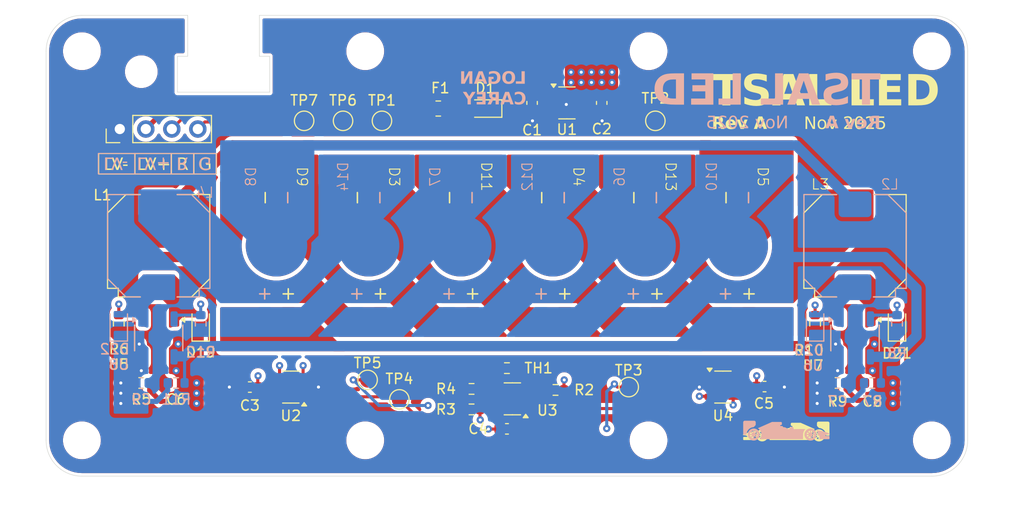
<source format=kicad_pcb>
(kicad_pcb (version 20241229) (generator "pcbnew") (generator_version "9.0")
  (layers (0 "F.Cu" signal) (4 "In1.Cu" signal) (6 "In2.Cu" signal) (2 "B.Cu" signal) (5 "F.SilkS" user "F.Silkscreen") (7 "B.SilkS" user "B.Silkscreen") (1 "F.Mask" user) (3 "B.Mask" user) (25 "Edge.Cuts" user))
  (net 0 "")
  (net 1 "GND")
  (net 2 "Net-(D1-K)")
  (net 3 "+3.3V")
  (net 4 "Net-(D1-A)")
  (net 5 "+LV")
  (net 6 "/LED Driver/LED_A")
  (net 7 "Net-(D3-K)")
  (net 8 "Net-(D4-K)")
  (net 9 "/LED Driver/LED_K")
  (net 10 "Net-(D6-K)")
  (net 11 "/LED Driver1/LED_A")
  (net 12 "Net-(D7-K)")
  (net 13 "/LED Driver1/LED_K")
  (net 14 "/LED Driver2/LED_A")
  (net 15 "Net-(D11-A)")
  (net 16 "Net-(D10-K)")
  (net 17 "/LED Driver3/LED_A")
  (net 18 "Net-(D11-K)")
  (net 19 "Net-(D12-K)")
  (net 20 "/LED Driver2/LED_K")
  (net 21 "/LED Driver3/LED_K")
  (net 22 "GREEN")
  (net 23 "RED")
  (net 24 "/LED Driver/DIM")
  (net 25 "/LED Driver2/DIM")
  (net 26 "Net-(U3-+)")
  (net 27 "OVERTEMP")
  (net 29 "Net-(U3--)")
  (net 30 "Net-(D19-A)")
  (net 31 "Net-(D20-A)")
  (net 32 "Net-(D21-A)")
  (net 33 "Net-(D22-A)")
  (footprint "Resistor_SMD:R_0603_1608Metric" (layer "F.Cu") (at 171.050001 67.979997 180)
    (property "Reference" "R4")
    (property "Value" "3.3k")
  )
  (footprint "Capacitor_SMD:C_0603_1608Metric" (layer "F.Cu") (at 176.9625 40.05 90)
    (property "Reference" "C1")
    (property "Value" "1u")
  )
  (footprint "TestPoint:TestPoint_Pad_D1.5mm" (layer "F.Cu") (at 158.5 41.8)
    (property "Reference" "TP6")
    (property "Value" "TestPoint")
  )
  (footprint "Capacitor_SMD:C_0603_1608Metric" (layer "F.Cu") (at 210.2 67.4)
    (property "Reference" "C8")
    (property "Value" "1u")
  )
  (footprint "Capacitor_SMD:C_0603_1608Metric" (layer "F.Cu") (at 183.7625 40.05 90)
    (property "Reference" "C2")
    (property "Value" "1u")
  )
  (footprint "yfs:LED_SMD_8x7.3mm" (layer "F.Cu") (at 161.000001 54 -90)
    (property "Reference" "D3")
    (property "Value" "LED")
  )
  (footprint "MountingHole:MountingHole_3.2mm_M3" (layer "F.Cu") (at 216 35)
    (property "Reference" "H3" (hide yes))
    (property "Value" "MountingHole_Pad")
  )
  (footprint "Resistor_SMD:R_0603_1608Metric" (layer "F.Cu") (at 171.050002 69.979999 180)
    (property "Reference" "R3")
    (property "Value" "30k")
  )
  (footprint "yfs:CDRR105NP-680MC" (layer "F.Cu") (at 208.5 54)
    (property "Reference" "L3")
    (property "Value" "68u")
  )
  (footprint "Capacitor_SMD:C_0603_1608Metric" (layer "F.Cu") (at 174.50613 71.879997 180)
    (property "Reference" "C4")
    (property "Value" "1u")
  )
  (footprint "Package_TO_SOT_SMD:TSOT-23-5" (layer "F.Cu") (at 180.3625 40.05)
    (property "Reference" "U1")
    (property "Value" "AP7383")
  )
  (footprint "Package_TO_SOT_SMD:SOT-89-5" (layer "F.Cu") (at 140.5 63 -90)
    (property "Reference" "U5")
    (property "Value" "PT4115")
  )
  (footprint "MountingHole:MountingHole_3.2mm_M3" (layer "F.Cu") (at 188.333333 35)
    (property "Reference" "H5" (hide yes))
    (property "Value" "MountingHole_Pad")
  )
  (footprint "Package_TO_SOT_SMD:SOT-89-5" (layer "F.Cu") (at 208.5 63 -90)
    (property "Reference" "U7")
    (property "Value" "PT4115")
  )
  (footprint "Resistor_SMD:R_0603_1608Metric" (layer "F.Cu") (at 204.6 61.6 -90)
    (property "Reference" "R10")
    (property "Value" "10k")
  )
  (footprint "yfs:LED_SMD_8x7.3mm" (layer "F.Cu") (at 152.000001 54 -90)
    (property "Reference" "D9")
    (property "Value" "LED")
  )
  (footprint "Resistor_SMD:R_0603_1608Metric" (layer "F.Cu") (at 206.8 67.4 180)
    (property "Reference" "R9")
    (property "Value" "0.3R")
  )
  (footprint "Diode_SMD:D_SOD-323" (layer "F.Cu") (at 212.6 61.7 90)
    (property "Reference" "D21")
    (property "Value" "NSR0530HT1G")
  )
  (footprint "Resistor_SMD:R_0603_1608Metric" (layer "F.Cu") (at 136.6 61.6 -90)
    (property "Reference" "R6")
    (property "Value" "10k")
  )
  (footprint "MountingHole:MountingHole_3.2mm_M3" (layer "F.Cu") (at 216 73)
    (property "Reference" "H4" (hide yes))
    (property "Value" "MountingHole_Pad")
  )
  (footprint "MountingHole:MountingHole_2.7mm_M2.5_ISO7380" (layer "F.Cu") (at 138.8 37 90)
    (property "Reference" "H9" (hide yes))
    (property "Value" "MountingHole")
  )
  (footprint "Resistor_SMD:R_0805_2012Metric" (layer "F.Cu") (at 167.8 40.6)
    (property "Reference" "F1")
    (property "Value" "100mA")
  )
  (footprint "TestPoint:TestPoint_Pad_D1.5mm" (layer "F.Cu") (at 162.3 41.8)
    (property "Reference" "TP1")
    (property "Value" "TestPoint")
  )
  (footprint "yfs:LED_SMD_8x7.3mm" (layer "F.Cu") (at 197 54 -90)
    (property "Reference" "D5")
    (property "Value" "LED")
  )
  (footprint "yfs:LED_SMD_8x7.3mm" (layer "F.Cu") (at 179 54 -90)
    (property "Reference" "D4")
    (property "Value" "LED")
  )
  (footprint "MountingHole:MountingHole_3.2mm_M3" (layer "F.Cu") (at 133 35)
    (property "Reference" "H1" (hide yes))
    (property "Value" "MountingHole_Pad")
  )
  (footprint "MountingHole:MountingHole_3.2mm_M3" (layer "F.Cu") (at 160.666667 73)
    (property "Reference" "H6" (hide yes))
    (property "Value" "MountingHole_Pad")
  )
  (footprint "TestPoint:TestPoint_Pad_D1.5mm" (layer "F.Cu") (at 154.7 41.8)
    (property "Reference" "TP7")
    (property "Value" "TestPoint")
  )
  (footprint "TestPoint:TestPoint_Pad_D1.5mm" (layer "F.Cu") (at 164 69)
    (property "Reference" "TP4")
    (property "Value" "TestPoint")
  )
  (footprint "Resistor_SMD:R_0603_1608Metric" (layer "F.Cu") (at 138.8 67.4 180)
    (property "Reference" "R5")
    (property "Value" "0.3R")
  )
  (footprint "Capacitor_SMD:C_0603_1608Metric" (layer "F.Cu") (at 199.6625 67.75 180)
    (property "Reference" "C5")
    (property "Value" "1u")
  )
  (footprint "TestPoint:TestPoint_Pad_D1.5mm" (layer "F.Cu") (at 160.9 67.1)
    (property "Reference" "TP5")
    (property "Value" "TestPoint")
  )
  (footprint "TestPoint:TestPoint_Pad_D1.5mm" (layer "F.Cu") (at 189 41.8)
    (property "Reference" "TP2")
    (property "Value" "TestPoint")
  )
  (footprint "Capacitor_SMD:C_0603_1608Metric" (layer "F.Cu") (at 149.400001 67.8)
    (property "Reference" "C3")
    (property "Value" "1u")
  )
  (footprint "Resistor_SMD:R_0603_1608Metric" (layer "F.Cu") (at 174.50613 65.949999 180)
    (property "Reference" "TH1")
    (property "Value" "10k")
  )
  (footprint "MountingHole:MountingHole_3.2mm_M3" (layer "F.Cu") (at 188.333333 73)
    (property "Reference" "H8" (hide yes))
    (property "Value" "MountingHole_Pad")
  )
  (footprint "Diode_SMD:D_SOD-323" (layer "F.Cu") (at 172.4 40.6 180)
    (property "Reference" "D1")
    (property "Value" "NSR0530HT1G")
  )
  (footprint "MountingHole:MountingHole_3.2mm_M3" (layer "F.Cu") (at 160.666667 35)
    (property "Reference" "H7" (hide yes))
    (property "Value" "MountingHole_Pad")
  )
  (footprint "Package_TO_SOT_SMD:SOT-23-6" (layer "F.Cu") (at 195.6 67.8)
    (property "Reference" "U4")
    (property "Value" "74LVC1G11")
  )
  (footprint "Resistor_SMD:R_0603_1608Metric" (layer "F.Cu") (at 179.25 68.079998 180)
    (property "Reference" "R2")
    (property "Value" "10k")
  )
  (footprint "Package_TO_SOT_SMD:SOT-23-6" (layer "F.Cu") (at 153.4 67.8 180)
    (property "Reference" "U2")
    (property "Value" "74LVC1G11")
  )
  (footprint "yfs:LED_SMD_8x7.3mm" (layer "F.Cu") (at 188 54 -90)
    (property "Reference" "D13")
    (property "Value" "LED")
  )
  (footprint "Package_TO_SOT_SMD:SOT-23-5" (layer "F.Cu") (at 175.0375 68.949999 180)
    (property "Reference" "U3")
    (property "Value" "LMV7219M5")
  )
  (footprint "Connector_PinHeader_2.54mm:PinHeader_1x04_P2.54mm_Vertical" (layer "F.Cu") (at 136.7 42.6 90)
    (property "Reference" "J1" (hide yes))
    (property "Value" "Molex Microfit+")
  )
  (footprint "MountingHole:MountingHole_3.2mm_M3" (layer "F.Cu") (at 133 73)
    (property "Reference" "H2" (hide yes))
    (property "Value" "MountingHole_Pad")
  )
  (footprint "yfs:LED_SMD_8x7.3mm" (layer "F.Cu") (at 170 54 -90)
    (property "Reference" "D11")
    (property "Value" "LED")
  )
  (footprint "Capacitor_SMD:C_0603_1608Metric" (layer "F.Cu") (at 142.2 67.4)
    (property "Reference" "C6")
    (property "Value" "1u")
  )
  (footprint "yfs:CDRR105NP-680MC" (layer "F.Cu") (at 140.5 54)
    (property "Reference" "L1")
    (property "Value" "68u")
  )
  (footprint "TestPoint:TestPoint_Pad_D1.5mm" (layer "F.Cu") (at 186.4 67.8)
    (property "Reference" "TP3")
    (property "Value" "TestPoint")
  )
  (footprint "Diode_SMD:D_SOD-323" (layer "F.Cu") (at 144.6 61.7 90)
    (property "Reference" "D19")
    (property "Value" "NSR0530HT1G")
  )
  (footprint "Package_TO_SOT_SMD:SOT-89-5" (layer "B.Cu") (at 140.5 63 -90)
    (property "Reference" "U8")
    (property "Value" "PT4115")
  )
  (footprint "Resistor_SMD:R_0603_1608Metric" (layer "B.Cu") (at 144.6 61.6 -90)
    (property "Reference" "R12")
    (property "Value" "10k")
  )
  (footprint "Capacitor_SMD:C_0603_1608Metric" (layer "B.Cu") (at 138.8 67.4 180)
    (property "Reference" "C9")
    (property "Value" "1u")
  )
  (footprint "Diode_SMD:D_SOD-323" (layer "B.Cu") (at 204.6 61.7 90)
    (property "Reference" "D20")
    (property "Value" "NSR0530HT1G")
  )
  (footprint "Diode_SMD:D_SOD-323" (layer "B.Cu") (at 136.6 61.7 90)
    (property "Reference" "D22")
    (property "Value" "NSR0530HT1G")
  )
  (footprint "Package_TO_SOT_SMD:SOT-89-5" (layer "B.Cu") (at 208.5 63 -90)
    (property "Reference" "U6")
    (property "Value" "PT4115")
  )
  (footprint "Capacitor_SMD:C_0603_1608Metric" (layer "B.Cu") (at 206.8 67.4 180)
    (property "Reference" "C7")
    (property "Value" "1u")
  )
  (footprint "yfs:LED_SMD_8x7.3mm" (layer "B.Cu") (at 170 54 -90)
    (property "Reference" "D7")
    (property "Value" "LED")
  )
  (footprint "yfs:CDRR105NP-680MC" (layer "B.Cu") (at 208.5 54 180)
    (property "Reference" "L2")
    (property "Value" "68u")
  )
  (footprint "yfs:LED_SMD_8x7.3mm" (layer "B.Cu") (at 161 54 -90)
    (property "Reference" "D14")
    (property "Value" "LED")
  )
  (footprint "yfs:LED_SMD_8x7.3mm" (layer "B.Cu") (at 152 54 -90)
    (property "Reference" "D8")
    (property "Value" "LED")
  )
  (footprint "yfs:LED_SMD_8x7.3mm" (layer "B.Cu") (at 188 54 -90)
    (property "Reference" "D6")
    (property "Value" "LED")
  )
  (footprint "yfs:CDRR105NP-680MC" (layer "B.Cu") (at 140.5 54 180)
    (property "Reference" "L4")
    (property "Value" "68u")
  )
  (footprint "yfs:LED_SMD_8x7.3mm" (layer "B.Cu") (at 179 54 -90)
    (property "Reference" "D12")
    (property "Value" "LED")
  )
  (footprint "Resistor_SMD:R_0603_1608Metric" (layer "B.Cu") (at 210.2 67.4)
    (property "Reference" "R7")
    (property "Value" "0.3R")
  )
  (footprint "Resistor_SMD:R_0603_1608Metric" (layer "B.Cu") (at 212.6 61.6 -90)
    (property "Reference" "R8")
    (property "Value" "10k")
  )
  (footprint "Resistor_SMD:R_0603_1608Metric" (layer "B.Cu") (at 142.2 67.4)
    (property "Reference" "R11")
    (property "Value" "0.3R")
  )
  (footprint "yfs:LED_SMD_8x7.3mm" (layer "B.Cu") (at 197 54 -90)
    (property "Reference" "D10")
    (property "Value" "LED")
  )
  (gr_rect (start 141.739999 45) (end 146.139999 47) (stroke (width 0.1)) (fill no) (layer "F.SilkS"))
  (gr_line (start 143.939999 45) (end 143.939999 47) (stroke (width 0.1)) (layer "F.SilkS"))
  (gr_rect (start 134.639999 45) (end 141.739999 47) (stroke (width 0.1)) (fill no) (layer "F.SilkS"))
  (gr_line (start 138.189999 45) (end 138.189999 47) (stroke (width 0.1)) (layer "F.SilkS"))
  (gr_poly (pts (xy 205.003381 71.929887) (xy 205.033299 71.932158) (xy 205.06278 71.935899) (xy 205.091789 71.941073) (xy 205.120288 71.947643) (xy 205.148239 71.955571) (xy 205.175607 71.964822) (xy 205.202354 71.975357) (xy 205.228444 71.987141) (xy 205.25384 72.000135) (xy 205.278502 72.014304) (xy 205.302398 72.029612) (xy 205.325488 72.046018) (xy 205.347735 72.063489) (xy 205.369104 72.081987) (xy 205.389556 72.101473) (xy 205.409056 72.121915) (xy 205.427566 72.143271) (xy 205.445048 72.165507) (xy 205.461467 72.188585) (xy 205.476786 72.212469) (xy 205.490967 72.237121) (xy 205.503974 72.262505) (xy 205.515767 72.288583) (xy 205.526314 72.315317) (xy 205.535575 72.342678) (xy 205.543514 72.370618) (xy 205.550093 72.399106) (xy 205.555277 72.428105) (xy 205.559028 72.457577) (xy 205.561308 72.487484) (xy 205.562082 72.517794) (xy 205.562038 72.52412) (xy 205.561912 72.530431) (xy 205.561706 72.536728) (xy 205.561428 72.543012) (xy 205.560671 72.555544) (xy 205.559681 72.568036) (xy 205.556611 72.596118) (xy 205.552245 72.623789) (xy 205.546614 72.651015) (xy 205.53975 72.677768) (xy 205.531683 72.704013) (xy 205.522444 72.729722) (xy 205.512066 72.754862) (xy 205.500578 72.779402) (xy 205.488013 72.803308) (xy 205.4744 72.826551) (xy 205.459773 72.8491) (xy 205.444161 72.870922) (xy 205.427596 72.891987) (xy 205.410109 72.912262) (xy 205.391731 72.931714) (xy 205.372494 72.950319) (xy 205.352429 72.968037) (xy 205.331565 72.984841) (xy 205.309937 73.000697) (xy 205.287573 73.015576) (xy 205.264506 73.029445) (xy 205.240764 73.042274) (xy 205.216383 73.05403) (xy 205.191392 73.064683) (xy 205.165822 73.074198) (xy 205.139704 73.082547) (xy 205.113069 73.0897) (xy 205.085948 73.095622) (xy 205.058374 73.100283) (xy 205.030376 73.103651) (xy 205.001986 73.105694) (xy 204.973236 73.106382) (xy 204.945279 73.10573) (xy 204.91766 73.103792) (xy 204.890409 73.100597) (xy 204.863554 73.096174) (xy 204.837123 73.090553) (xy 204.811147 73.083762) (xy 204.785653 73.075831) (xy 204.760671 73.066788) (xy 204.73623 73.056662) (xy 204.712358 73.045483) (xy 204.689085 73.033279) (xy 204.666438 73.020079) (xy 204.644446 73.005914) (xy 204.623142 72.990809) (xy 204.60255 72.974798) (xy 204.582703 72.957906) (xy 204.563626 72.940164) (xy 204.545348 72.921601) (xy 204.527901 72.902245) (xy 204.511312 72.882125) (xy 204.49561 72.861271) (xy 204.480824 72.839712) (xy 204.466985 72.817476) (xy 204.464364 72.812818) (xy 204.75152 72.812818) (xy 204.760792 72.819576) (xy 204.770273 72.826054) (xy 204.779961 72.832246) (xy 204.78985 72.838143) (xy 204.799934 72.843739) (xy 204.810206 72.849028) (xy 204.820663 72.854002) (xy 204.831299 72.858654) (xy 204.842105 72.862978) (xy 204.853083 72.866966) (xy 204.864219 72.870612) (xy 204.875512 72.873908) (xy 204.886956 72.876849) (xy 204.898545 72.879427) (xy 204.910274 72.881635) (xy 204.922136 72.883465) (xy 204.922223 72.883465) (xy 204.922223 72.713704) (xy 205.024078 72.713704) (xy 205.024079 72.883465) (xy 205.035987 72.881637) (xy 205.047755 72.879434) (xy 205.059379 72.876864) (xy 205.070855 72.873933) (xy 205.082176 72.870648) (xy 205.093338 72.867012) (xy 205.104335 72.863034) (xy 205.115164 72.858719) (xy 205.125819 72.854073) (xy 205.136295 72.849102) (xy 205.146588 72.843816) (xy 205.156692 72.838215) (xy 205.166603 72.83231) (xy 205.176314 72.826104) (xy 205.185824 72.819604) (xy 205.195125 72.812818) (xy 205.075435 72.692784) (xy 205.069371 72.696164) (xy 205.063203 72.699309) (xy 205.056932 72.702222) (xy 205.050561 72.704916) (xy 205.044088 72.707402) (xy 205.037516 72.709688) (xy 205.030846 72.711786) (xy 205.024078 72.713704) (xy 204.922223 72.713704) (xy 204.91553 72.71184) (xy 204.908899 72.709778) (xy 204.902345 72.707518) (xy 204.89588 72.705056) (xy 204.889521 72.702388) (xy 204.88328 72.699513) (xy 204.877171 72.696427) (xy 204.871211 72.693127) (xy 204.75152 72.812818) (xy 204.464364 72.812818) (xy 204.454117 72.794593) (xy 204.442253 72.771091) (xy 204.43142 72.747) (xy 204.421648 72.722348) (xy 204.412966 72.697165) (xy 204.405401 72.67148) (xy 204.398983 72.645321) (xy 204.393743 72.618716) (xy 204.389706 72.5917) (xy 204.388543 72.582613) (xy 204.387501 72.573485) (xy 204.387122 72.569665) (xy 204.607223 72.569664) (xy 204.609101 72.581579) (xy 204.611355 72.593364) (xy 204.613976 72.605014) (xy 204.61696 72.616521) (xy 204.620302 72.627879) (xy 204.623993 72.639083) (xy 204.628027 72.650124) (xy 204.632398 72.660996) (xy 204.637099 72.671696) (xy 204.642125 72.682213) (xy 204.647468 72.692541) (xy 204.653123 72.702676) (xy 204.659084 72.71261) (xy 204.665341 72.722337) (xy 204.671892 72.731849) (xy 204.678728 72.741141) (xy 204.799103 72.620936) (xy 204.799005 72.620764) (xy 205.147455 72.620765) (xy 205.268173 72.741483) (xy 205.274995 72.732188) (xy 205.281504 72.722665) (xy 205.2877 72.712921) (xy 205.293578 72.702966) (xy 205.299137 72.692805) (xy 205.304374 72.682447) (xy 205.309287 72.671899) (xy 205.313871 72.661169) (xy 205.318128 72.650264) (xy 205.322051 72.639191) (xy 205.32564 72.627959) (xy 205.328892 72.616572) (xy 205.331804 72.605045) (xy 205.334374 72.59338) (xy 205.336599 72.581583) (xy 205.338478 72.569665) (xy 205.169404 72.569664) (xy 205.168453 72.573089) (xy 205.167434 72.576478) (xy 205.166351 72.579835) (xy 205.165203 72.58316) (xy 205.16273 72.589714) (xy 205.160038 72.596147) (xy 205.157143 72.602464) (xy 205.154067 72.608669) (xy 205.150832 72.614768) (xy 205.147455 72.620765) (xy 204.799005 72.620764) (xy 204.79565 72.614899) (xy 204.792426 72.608754) (xy 204.789428 72.602499) (xy 204.78665 72.596137) (xy 204.784089 72.589671) (xy 204.781743 72.583102) (xy 204.779604 72.576433) (xy 204.777669 72.569665) (xy 204.607223 72.569664) (xy 204.387122 72.569665) (xy 204.386593 72.564314) (xy 204.385827 72.555102) (xy 204.385214 72.545843) (xy 204.384764 72.53654) (xy 204.384486 72.527191) (xy 204.384391 72.517793) (xy 204.385157 72.487479) (xy 204.386659 72.467724) (xy 204.607652 72.467724) (xy 204.777069 72.467724) (xy 204.778932 72.460888) (xy 204.781045 72.454145) (xy 204.783395 72.447498) (xy 204.785975 72.440952) (xy 204.788778 72.43451) (xy 204.791791 72.428177) (xy 204.795006 72.421957) (xy 204.798369 72.415938) (xy 205.148055 72.415938) (xy 205.151458 72.422014) (xy 205.154657 72.428216) (xy 205.157646 72.434536) (xy 205.160423 72.440973) (xy 205.162982 72.447524) (xy 205.165321 72.454183) (xy 205.167435 72.460946) (xy 205.169318 72.467809) (xy 205.169318 72.467895) (xy 205.338564 72.467895) (xy 205.336755 72.455908) (xy 205.334579 72.444066) (xy 205.332041 72.432369) (xy 205.329143 72.420826) (xy 205.325893 72.40944) (xy 205.322293 72.398217) (xy 205.318349 72.38716) (xy 205.314065 72.376274) (xy 205.309444 72.365563) (xy 205.304493 72.355034) (xy 205.299216 72.34469) (xy 205.293616 72.334534) (xy 205.287699 72.324574) (xy 205.281469 72.31481) (xy 205.27493 72.305255) (xy 205.268088 72.295905) (xy 205.148055 72.415938) (xy 204.798369 72.415938) (xy 204.798417 72.415853) (xy 204.6783 72.29582) (xy 204.671471 72.305183) (xy 204.664943 72.314751) (xy 204.658719 72.324519) (xy 204.652804 72.334483) (xy 204.647204 72.344639) (xy 204.641922 72.354981) (xy 204.636965 72.365506) (xy 204.632333 72.376209) (xy 204.628035 72.387086) (xy 204.624075 72.398133) (xy 204.620456 72.409344) (xy 204.617183 72.420717) (xy 204.614261 72.432245) (xy 204.611697 72.443925) (xy 204.609492 72.455753) (xy 204.607652 72.467724) (xy 204.386659 72.467724) (xy 204.387432 72.457563) (xy 204.391178 72.428085) (xy 204.396358 72.399082) (xy 204.402934 72.370588) (xy 204.410871 72.342645) (xy 204.420131 72.315286) (xy 204.430676 72.288546) (xy 204.442471 72.262467) (xy 204.455475 72.237082) (xy 204.463164 72.223712) (xy 204.750491 72.223714) (xy 204.87018 72.343576) (xy 204.876284 72.340133) (xy 204.882506 72.336881) (xy 204.888843 72.333829) (xy 204.895291 72.330983) (xy 204.901847 72.328349) (xy 204.908508 72.325936) (xy 204.915273 72.32375) (xy 204.922137 72.321798) (xy 204.922137 72.321884) (xy 204.922308 72.321884) (xy 204.922308 72.152552) (xy 205.024078 72.152552) (xy 205.024249 72.321798) (xy 205.031149 72.323751) (xy 205.037954 72.325936) (xy 205.044659 72.32835) (xy 205.051257 72.330984) (xy 205.057743 72.333829) (xy 205.064109 72.336881) (xy 205.070352 72.340133) (xy 205.076464 72.343576) (xy 205.196154 72.2238) (xy 205.186818 72.216909) (xy 205.17727 72.210323) (xy 205.167517 72.204044) (xy 205.157561 72.198079) (xy 205.147404 72.192431) (xy 205.137059 72.187105) (xy 205.126524 72.182106) (xy 205.115807 72.177438) (xy 205.104912 72.173105) (xy 205.093844 72.169112) (xy 205.082608 72.165462) (xy 205.071209 72.162166) (xy 205.059651 72.159221) (xy 205.04794 72.156633) (xy 205.036081 72.15441) (xy 205.024078 72.152552) (xy 204.922308 72.152552) (xy 204.910348 72.154408) (xy 204.898524 72.156631) (xy 204.88684 72.159213) (xy 204.875302 72.162152) (xy 204.863918 72.165445) (xy 204.852691 72.169085) (xy 204.841631 72.17307) (xy 204.83074 72.177393) (xy 204.820027 72.182055) (xy 204.809496 72.187047) (xy 204.799154 72.192365) (xy 204.789008 72.198007) (xy 204.779062 72.203966) (xy 204.769324 72.210241) (xy 204.759797 72.216825) (xy 204.750491 72.223714) (xy 204.463164 72.223712) (xy 204.469655 72.212431) (xy 204.484973 72.188548) (xy 204.50139 72.16547) (xy 204.518871 72.143236) (xy 204.537377 72.121881) (xy 204.556873 72.101442) (xy 204.577321 72.081957) (xy 204.598685 72.063461) (xy 204.620925 72.045993) (xy 204.644006 72.029588) (xy 204.667892 72.014285) (xy 204.692543 72.000118) (xy 204.717924 71.987127) (xy 204.743999 71.975345) (xy 204.770727 71.964812) (xy 204.798075 71.955564) (xy 204.826002 71.947637) (xy 204.854476 71.94107) (xy 204.883456 71.935897) (xy 204.912904 71.932157) (xy 204.942786 71.929887) (xy 204.973064 71.92912)) (stroke (width -0.000001)) (fill yes) (layer "F.SilkS"))
  (gr_poly (pts (xy 205.855413 71.170374) (xy 205.863305 71.170975) (xy 205.871085 71.171964) (xy 205.87874 71.173331) (xy 205.88626 71.175068) (xy 205.893638 71.177163) (xy 205.900861 71.179608) (xy 205.907922 71.182393) (xy 205.914809 71.185509) (xy 205.921513 71.188943) (xy 205.928023 71.192688) (xy 205.934332 71.196734) (xy 205.940428 71.201071) (xy 205.946301 71.20569) (xy 205.951943 71.210579) (xy 205.957341 71.21573) (xy 205.962491 71.221134) (xy 205.967375 71.226779) (xy 205.971988 71.232657) (xy 205.976321 71.238757) (xy 205.980362 71.245071) (xy 205.984102 71.251588) (xy 205.987531 71.258298) (xy 205.990639 71.265192) (xy 205.993416 71.27226) (xy 205.995853 71.279491) (xy 205.99794 71.286879) (xy 205.999665 71.294409) (xy 206.001022 71.302075) (xy 206.002 71.309866) (xy 206.002585 71.317771) (xy 206.002772 71.325785) (xy 206.002772 72.546344) (xy 205.667367 72.546344) (xy 205.667775 72.539228) (xy 205.668256 72.532059) (xy 205.668476 72.528464) (xy 205.668657 72.524871) (xy 205.668779 72.521283) (xy 205.668824 72.517708) (xy 205.667939 72.481768) (xy 205.665309 72.446281) (xy 205.660977 72.411292) (xy 205.654987 72.376839) (xy 205.647377 72.342966) (xy 205.638191 72.309711) (xy 205.627471 72.277121) (xy 205.615257 72.245232) (xy 205.601593 72.214087) (xy 205.586519 72.183728) (xy 205.570077 72.154196) (xy 205.55231 72.125531) (xy 205.533258 72.097779) (xy 205.512966 72.070976) (xy 205.491472 72.045164) (xy 205.46882 72.020388) (xy 205.445051 71.996685) (xy 205.420208 71.974101) (xy 205.39433 71.952673) (xy 205.367462 71.932444) (xy 205.339643 71.913456) (xy 205.310918 71.89575) (xy 205.281326 71.879367) (xy 205.25091 71.864347) (xy 205.219712 71.850736) (xy 205.187772 71.83857) (xy 205.155134 71.827893) (xy 205.121839 71.818746) (xy 205.087929 71.811172) (xy 205.053445 71.805208) (xy 205.01843 71.800899) (xy 204.982924 71.798285) (xy 204.823881 71.639328) (xy 204.818565 71.633741) (xy 204.813555 71.627923) (xy 204.808855 71.621886) (xy 204.804469 71.615643) (xy 204.800405 71.609206) (xy 204.796666 71.602591) (xy 204.793258 71.595807) (xy 204.790186 71.588871) (xy 204.787456 71.581792) (xy 204.785073 71.574588) (xy 204.783041 71.567269) (xy 204.781369 71.559849) (xy 204.780057 71.552339) (xy 204.779115 71.544756) (xy 204.778545 71.537109) (xy 204.778354 71.529411) (xy 204.778354 71.3257) (xy 204.778557 71.317694) (xy 204.779157 71.309795) (xy 204.780146 71.302011) (xy 204.781514 71.294351) (xy 204.783249 71.286826) (xy 204.785346 71.279443) (xy 204.787791 71.272218) (xy 204.790576 71.265155) (xy 204.79369 71.258266) (xy 204.797126 71.25156) (xy 204.800871 71.245047) (xy 204.804917 71.238737) (xy 204.809254 71.232639) (xy 204.813872 71.226764) (xy 204.818762 71.221121) (xy 204.823913 71.21572) (xy 204.829317 71.21057) (xy 204.834962 71.205682) (xy 204.84084 71.201066) (xy 204.846941 71.19673) (xy 204.853254 71.192685) (xy 204.859771 71.18894) (xy 204.866481 71.185506) (xy 204.873375 71.182393) (xy 204.880442 71.179608) (xy 204.887674 71.177163) (xy 204.895061 71.175067) (xy 204.902592 71.173331) (xy 204.910258 71.171963) (xy 204.918049 71.170975) (xy 204.925956 71.170374) (xy 204.933968 71.170172) (xy 205.847416 71.170171)) (stroke (width -0.000001)) (fill yes) (layer "F.SilkS"))
  (gr_poly (pts (xy 204.575328 71.901256) (xy 204.537017 71.926119) (xy 204.500411 71.953282) (xy 204.465617 71.982641) (xy 204.432739 72.014094) (xy 204.401883 72.04754) (xy 204.373156 72.082877) (xy 204.346663 72.120001) (xy 204.322511 72.158811) (xy 204.300802 72.199204) (xy 204.281645 72.241079) (xy 204.265147 72.284333) (xy 204.25141 72.328863) (xy 204.240541 72.374568) (xy 204.232647 72.421346) (xy 204.227834 72.469093) (xy 204.226205 72.517708) (xy 204.226309 72.528512) (xy 204.226617 72.539453) (xy 204.227123 72.550535) (xy 204.227823 72.561767) (xy 204.228714 72.573155) (xy 204.229786 72.584708) (xy 204.231039 72.596431) (xy 204.232466 72.608332) (xy 204.236185 72.634183) (xy 204.240808 72.659701) (xy 204.246315 72.684871) (xy 204.252689 72.709682) (xy 204.25991 72.734119) (xy 204.267964 72.758166) (xy 204.27683 72.781811) (xy 204.28649 72.805037) (xy 204.296926 72.827831) (xy 204.308122 72.850178) (xy 204.320058 72.872065) (xy 204.332717 72.893476) (xy 204.346081 72.914399) (xy 204.360132 72.934819) (xy 204.374851 72.95472) (xy 204.390222 72.974089) (xy 200.156245 72.974089) (xy 200.152902 72.517964) (xy 200.151868 72.479218) (xy 200.148798 72.441008) (xy 200.143749 72.403391) (xy 200.136775 72.366412) (xy 200.127929 72.330125) (xy 200.117265 72.294577) (xy 200.104836 72.259823) (xy 200.090699 72.225911) (xy 200.074906 72.192892) (xy 200.05751 72.160817) (xy 200.038567 72.129737) (xy 200.01813 72.099701) (xy 199.996255 72.070761) (xy 199.972991 72.042968) (xy 199.948397 72.016371) (xy 199.922525 71.991022) (xy 200.155596 71.984645) (xy 200.370734 71.982178) (xy 200.563888 71.982677) (xy 200.731008 71.985203) (xy 200.868042 71.98881) (xy 200.970939 71.992555) (xy 201.058117 71.996681) (xy 201.112561 71.799999) (xy 201.123691 71.796447) (xy 201.134758 71.793302) (xy 201.145746 71.790545) (xy 201.156641 71.788157) (xy 201.167428 71.786118) (xy 201.178089 71.78441) (xy 201.188615 71.783013) (xy 201.198985 71.781909) (xy 201.215869 71.780874) (xy 201.232671 71.780878) (xy 201.249348 71.781899) (xy 201.265857 71.783922) (xy 201.282157 71.786933) (xy 201.298204 71.790909) (xy 201.313955 71.795835) (xy 201.329369 71.801693) (xy 201.344405 71.808465) (xy 201.359018 71.816133) (xy 201.373165 71.824681) (xy 201.386805 71.834091) (xy 201.399897 71.844344) (xy 201.412397 71.855424) (xy 201.424262 71.867313) (xy 201.435449 71.879993) (xy 201.532418 71.996681) (xy 201.545866 71.996051) (xy 201.559302 71.994217) (xy 201.572755 71.991264) (xy 201.586254 71.987276) (xy 201.613505 71.97654) (xy 201.641286 71.962683) (xy 201.669827 71.946384) (xy 201.69936 71.928325) (xy 201.762323 71.889627) (xy 201.796215 71.870349) (xy 201.832023 71.85202) (xy 201.869974 71.835321) (xy 201.910303 71.820929) (xy 201.931431 71.81481) (xy 201.95324 71.809522) (xy 201.975758 71.805151) (xy 201.999014 71.80178) (xy 202.023037 71.799494) (xy 202.047857 71.798379) (xy 202.073502 71.79852) (xy 202.1 71.8) (xy 202.112604 71.762362) (xy 202.115846 71.753704) (xy 202.119728 71.745429) (xy 202.124217 71.737563) (xy 202.129277 71.730129) (xy 202.134876 71.723151) (xy 202.140977 71.716654) (xy 202.147547 71.710661) (xy 202.154552 71.705196) (xy 202.161955 71.700283) (xy 202.169725 71.695948) (xy 202.177826 71.692211) (xy 202.186224 71.689104) (xy 202.194884 71.686643) (xy 202.20377 71.684856) (xy 202.212851 71.683766) (xy 202.222091 71.683398) (xy 202.379933 71.683397) (xy 202.379934 71.597914) (xy 202.318202 71.597916) (xy 202.31337 71.597794) (xy 202.3086 71.597431) (xy 202.303902 71.596833) (xy 202.299279 71.596006) (xy 202.294738 71.594957) (xy 202.290285 71.593689) (xy 202.285924 71.592212) (xy 202.281663 71.59053) (xy 202.277508 71.588648) (xy 202.273464 71.586572) (xy 202.269536 71.58431) (xy 202.26573 71.581867) (xy 202.262053 71.579246) (xy 202.25851 71.576457) (xy 202.255109 71.573505) (xy 202.251852 71.570395) (xy 202.248748 71.567133) (xy 202.245802 71.563725) (xy 202.243019 71.560178) (xy 202.240406 71.556496) (xy 202.237969 71.552687) (xy 202.235713 71.548755) (xy 202.233643 71.544708) (xy 202.231768 71.54055) (xy 202.230089 71.536288) (xy 202.228617 71.531928) (xy 202.227354 71.527476) (xy 202.226307 71.522936) (xy 202.225485 71.518315) (xy 202.224889 71.513622) (xy 202.224527 71.508859) (xy 202.224407 71.504034) (xy 202.224406 71.380744) (xy 202.224528 71.37591) (xy 202.22489 71.371141) (xy 202.225487 71.366441) (xy 202.226312 71.361817) (xy 202.22736 71.357273) (xy 202.228625 71.352818) (xy 202.230099 71.348455) (xy 202.231779 71.344191) (xy 202.233658 71.340032) (xy 202.23573 71.335984) (xy 202.237989 71.332052) (xy 202.240429 71.328242) (xy 202.243045 71.324563) (xy 202.245831 71.321016) (xy 202.248778 71.317611) (xy 202.251884 71.314351) (xy 202.255142 71.311242) (xy 202.258547 71.308292) (xy 202.26209 71.305505) (xy 202.265767 71.302889) (xy 202.269573 71.300447) (xy 202.2735 71.298187) (xy 202.277545 71.296116) (xy 202.281699 71.294235) (xy 202.285959 71.292555) (xy 202.290316 71.291077) (xy 202.294767 71.289815) (xy 202.299304 71.288767) (xy 202.303922 71.287942) (xy 202.308615 71.287345) (xy 202.313377 71.286984) (xy 202.318202 71.286861) (xy 203.188352 71.286861)) (stroke (width -0.000001)) (fill yes) (layer "F.SilkS"))
  (gr_poly (pts (xy 198.84352 72.101922) (xy 198.827278 72.125794) (xy 198.811965 72.150319) (xy 198.797611 72.175475) (xy 198.784243 72.201237) (xy 198.771891 72.227581) (xy 198.76058 72.254483) (xy 198.750342 72.281919) (xy 198.741204 72.309865) (xy 198.733191 72.338295) (xy 198.726334 72.367187) (xy 198.720661 72.396514) (xy 198.7162 72.426255) (xy 198.712978 72.456382) (xy 198.711025 72.486877) (xy 198.710367 72.517708) (xy 198.710468 72.528513) (xy 198.710768 72.539449) (xy 198.711268 72.550526) (xy 198.711964 72.561746) (xy 198.712858 72.573114) (xy 198.713948 72.584636) (xy 198.715232 72.596317) (xy 198.716712 72.608162) (xy 198.716995 72.610201) (xy 198.717321 72.612209) (xy 198.718052 72.616157) (xy 198.718798 72.620074) (xy 198.719144 72.622042) (xy 198.719456 72.624024) (xy 198.554668 72.624023) (xy 198.554667 72.911587) (xy 198.554587 72.914806) (xy 198.554346 72.917983) (xy 198.553949 72.921113) (xy 198.5534 72.924193) (xy 198.552702 72.927218) (xy 198.551861 72.930185) (xy 198.550879 72.933091) (xy 198.549761 72.935929) (xy 198.54851 72.938699) (xy 198.54713 72.941394) (xy 198.545626 72.944011) (xy 198.544002 72.946547) (xy 198.542261 72.948997) (xy 198.540407 72.951358) (xy 198.538443 72.953626) (xy 198.536374 72.955795) (xy 198.534204 72.957864) (xy 198.531938 72.959828) (xy 198.529576 72.961682) (xy 198.527126 72.963424) (xy 198.52459 72.965047) (xy 198.521972 72.966552) (xy 198.519277 72.967932) (xy 198.516508 72.969182) (xy 198.513669 72.970301) (xy 198.510764 72.971282) (xy 198.507797 72.972123) (xy 198.504771 72.972821) (xy 198.501692 72.97337) (xy 198.498561 72.973767) (xy 198.495385 72.974006) (xy 198.492165 72.974089) (xy 197.637448 72.974089) (xy 197.634229 72.974008) (xy 197.631053 72.973766) (xy 197.627924 72.973368) (xy 197.624846 72.972819) (xy 197.621822 72.972119) (xy 197.618858 72.971275) (xy 197.615955 72.970291) (xy 197.613119 72.96917) (xy 197.610353 72.967917) (xy 197.607661 72.966535) (xy 197.605047 72.965029) (xy 197.602515 72.963402) (xy 197.600068 72.961657) (xy 197.597712 72.9598) (xy 197.595448 72.957834) (xy 197.593282 72.955763) (xy 197.591217 72.953591) (xy 197.589257 72.951322) (xy 197.587408 72.948961) (xy 197.58567 72.946509) (xy 197.58405 72.943973) (xy 197.582548 72.941356) (xy 197.581172 72.938661) (xy 197.579925 72.935893) (xy 197.578811 72.933056) (xy 197.577831 72.930154) (xy 197.576991 72.92719) (xy 197.576296 72.924168) (xy 197.575748 72.921093) (xy 197.575352 72.917969) (xy 197.575112 72.914799) (xy 197.57503 72.911587) (xy 197.575031 72.725364) (xy 197.575112 72.722146) (xy 197.575353 72.71897) (xy 197.57575 72.715841) (xy 197.576299 72.712763) (xy 197.576996 72.709739) (xy 197.577838 72.706774) (xy 197.578819 72.70387) (xy 197.579937 72.701037) (xy 197.581187 72.698269) (xy 197.582566 72.695578) (xy 197.584069 72.692964) (xy 197.585691 72.690432) (xy 197.587433 72.687986) (xy 197.589286 72.685629) (xy 197.591248 72.683365) (xy 197.593315 72.681199) (xy 197.595482 72.679135) (xy 197.597748 72.677175) (xy 197.600105 72.675322) (xy 197.602553 72.673587) (xy 197.605085 72.671966) (xy 197.607699 72.670465) (xy 197.61039 72.669089) (xy 197.613155 72.667842) (xy 197.615989 72.666726) (xy 197.618889 72.665747) (xy 197.621851 72.664908) (xy 197.62487 72.664213) (xy 197.627944 72.663665) (xy 197.631066 72.663269) (xy 197.634236 72.663029) (xy 197.637447 72.662948) (xy 197.979284 72.662948) (xy 197.978012 72.644309) (xy 197.974307 72.627379) (xy 197.968332 72.612064) (xy 197.960244 72.598272) (xy 197.950211 72.58591) (xy 197.938393 72.574885) (xy 197.924952 72.565105) (xy 197.910051 72.556474) (xy 197.893851 72.548902) (xy 197.876516 72.542294) (xy 197.858207 72.536561) (xy 197.839087 72.531605) (xy 197.799062 72.523661) (xy 197.757738 72.517719) (xy 197.676388 72.508869) (xy 197.63896 72.504473) (xy 197.605425 72.499107) (xy 197.577083 72.492026) (xy 197.565265 72.487611) (xy 197.555231 72.482488) (xy 197.547145 72.476564) (xy 197.541168 72.469747) (xy 197.537463 72.461944) (xy 197.536192 72.453063) (xy 197.602755 72.418293) (xy 197.67231 72.385238) (xy 197.744677 72.353855) (xy 197.819678 72.3241) (xy 197.897137 72.295934) (xy 197.976876 72.269312) (xy 198.142485 72.22053) (xy 198.315087 72.177422) (xy 198.493264 72.139645) (xy 198.675596 72.106861) (xy 198.860665 72.078733)) (stroke (width -0.000001)) (fill yes) (layer "F.SilkS"))
  (gr_poly (pts (xy 199.461815 71.929886) (xy 199.491726 71.932157) (xy 199.521203 71.935899) (xy 199.550208 71.941074) (xy 199.578704 71.947643) (xy 199.606655 71.955571) (xy 199.634024 71.964822) (xy 199.66077 71.975357) (xy 199.686861 71.987141) (xy 199.712259 72.000135) (xy 199.736925 72.014304) (xy 199.760823 72.029611) (xy 199.783917 72.046018) (xy 199.806168 72.063488) (xy 199.827541 72.081986) (xy 199.847997 72.101473) (xy 199.867501 72.121915) (xy 199.886014 72.143271) (xy 199.903501 72.165507) (xy 199.919923 72.188586) (xy 199.935245 72.212469) (xy 199.949428 72.237121) (xy 199.962436 72.262505) (xy 199.974232 72.288583) (xy 199.984779 72.315317) (xy 199.99404 72.342678) (xy 200.001978 72.370618) (xy 200.008555 72.399106) (xy 200.013735 72.428105) (xy 200.017481 72.457577) (xy 200.019756 72.487484) (xy 200.020522 72.517794) (xy 200.020472 72.52412) (xy 200.020326 72.530431) (xy 200.020093 72.536728) (xy 200.019783 72.543012) (xy 200.018967 72.555545) (xy 200.01795 72.568037) (xy 200.014887 72.596118) (xy 200.01053 72.623788) (xy 200.004906 72.651015) (xy 199.998048 72.677768) (xy 199.989987 72.704014) (xy 199.980754 72.729723) (xy 199.970379 72.754862) (xy 199.958897 72.779401) (xy 199.946336 72.803308) (xy 199.932727 72.826551) (xy 199.918104 72.8491) (xy 199.902496 72.870922) (xy 199.885934 72.891987) (xy 199.868449 72.912262) (xy 199.850074 72.931716) (xy 199.830839 72.950319) (xy 199.810775 72.968037) (xy 199.789914 72.984841) (xy 199.768286 73.000697) (xy 199.745925 73.015576) (xy 199.722857 73.029445) (xy 199.699118 73.042274) (xy 199.674738 73.05403) (xy 199.649747 73.064682) (xy 199.624177 73.074199) (xy 199.598059 73.082548) (xy 199.571423 73.0897) (xy 199.544304 73.095622) (xy 199.516729 73.100282) (xy 199.488731 73.10365) (xy 199.460342 73.105695) (xy 199.431592 73.106382) (xy 199.403635 73.10573) (xy 199.376017 73.103792) (xy 199.348767 73.100597) (xy 199.321913 73.096174) (xy 199.295484 73.090554) (xy 199.26951 73.083762) (xy 199.244019 73.075831) (xy 199.21904 73.066788) (xy 199.194602 73.056663) (xy 199.170734 73.045483) (xy 199.147463 73.033279) (xy 199.12482 73.020079) (xy 199.102834 73.005914) (xy 199.081532 72.990809) (xy 199.060945 72.974798) (xy 199.0411 72.957906) (xy 199.022027 72.940164) (xy 199.003754 72.921601) (xy 198.986311 72.902245) (xy 198.969726 72.882125) (xy 198.954029 72.861271) (xy 198.939247 72.839712) (xy 198.925408 72.817476) (xy 198.922789 72.812817) (xy 199.20996 72.812817) (xy 199.219245 72.819576) (xy 199.228738 72.826054) (xy 199.238433 72.832246) (xy 199.248326 72.838143) (xy 199.258413 72.843739) (xy 199.268684 72.849028) (xy 199.279139 72.854002) (xy 199.289771 72.858654) (xy 199.300575 72.862978) (xy 199.311545 72.866966) (xy 199.322676 72.870611) (xy 199.333963 72.873909) (xy 199.345404 72.876849) (xy 199.356989 72.879428) (xy 199.368715 72.881635) (xy 199.380577 72.883465) (xy 199.380578 72.713704) (xy 199.48252 72.713704) (xy 199.48252 72.883465) (xy 199.494427 72.881636) (xy 199.506193 72.879434) (xy 199.517812 72.876864) (xy 199.529281 72.873933) (xy 199.540594 72.870647) (xy 199.551747 72.867012) (xy 199.562734 72.863034) (xy 199.573551 72.858719) (xy 199.584194 72.854073) (xy 199.594656 72.849105) (xy 199.604935 72.843816) (xy 199.615024 72.838215) (xy 199.62492 72.832309) (xy 199.634615 72.826104) (xy 199.644109 72.819603) (xy 199.653394 72.812817) (xy 199.533791 72.692784) (xy 199.527755 72.696166) (xy 199.521608 72.699309) (xy 199.515353 72.702222) (xy 199.508991 72.704916) (xy 199.502525 72.707402) (xy 199.495956 72.709686) (xy 199.489287 72.711786) (xy 199.48252 72.713704) (xy 199.380578 72.713704) (xy 199.380578 72.713532) (xy 199.373884 72.711696) (xy 199.367255 72.709655) (xy 199.360703 72.707407) (xy 199.354245 72.704949) (xy 199.347896 72.702277) (xy 199.34167 72.69939) (xy 199.335583 72.696284) (xy 199.332597 72.694648) (xy 199.329649 72.692956) (xy 199.20996 72.812817) (xy 198.922789 72.812817) (xy 198.912545 72.794593) (xy 198.900683 72.771089) (xy 198.889852 72.747) (xy 198.880084 72.722348) (xy 198.871402 72.697165) (xy 198.86384 72.671479) (xy 198.857424 72.645321) (xy 198.852184 72.618716) (xy 198.848149 72.5917) (xy 198.846984 72.582613) (xy 198.845942 72.573485) (xy 198.845564 72.569664) (xy 199.065665 72.569665) (xy 199.067542 72.581579) (xy 199.069795 72.593364) (xy 199.072417 72.605014) (xy 199.075402 72.616522) (xy 199.078742 72.627879) (xy 199.082433 72.639083) (xy 199.086468 72.650124) (xy 199.090838 72.660997) (xy 199.09554 72.671696) (xy 199.100566 72.682213) (xy 199.105909 72.692541) (xy 199.111564 72.702676) (xy 199.117524 72.71261) (xy 199.123782 72.722337) (xy 199.130333 72.731849) (xy 199.137169 72.741141) (xy 199.257544 72.620936) (xy 199.257446 72.620764) (xy 199.605896 72.620765) (xy 199.726529 72.741483) (xy 199.733366 72.732188) (xy 199.739892 72.722665) (xy 199.746101 72.712921) (xy 199.751994 72.702966) (xy 199.757565 72.692806) (xy 199.762812 72.682447) (xy 199.767733 72.671899) (xy 199.772323 72.661169) (xy 199.776581 72.650264) (xy 199.780504 72.639191) (xy 199.784088 72.627959) (xy 199.787331 72.616574) (xy 199.79023 72.605045) (xy 199.792782 72.593379) (xy 199.794984 72.581583) (xy 199.796833 72.569665) (xy 199.627759 72.569665) (xy 199.626809 72.573089) (xy 199.625793 72.576478) (xy 199.624712 72.579835) (xy 199.623571 72.583157) (xy 199.621112 72.589714) (xy 199.618435 72.596147) (xy 199.615556 72.602465) (xy 199.612495 72.608668) (xy 199.609269 72.614768) (xy 199.605896 72.620765) (xy 199.257446 72.620764) (xy 199.254092 72.6149) (xy 199.250869 72.608754) (xy 199.247869 72.602499) (xy 199.245091 72.596137) (xy 199.24253 72.589671) (xy 199.240183 72.583102) (xy 199.238044 72.576433) (xy 199.23611 72.569665) (xy 199.065665 72.569665) (xy 198.845564 72.569664) (xy 198.845034 72.564314) (xy 198.844268 72.555102) (xy 198.843655 72.545843) (xy 198.843204 72.53654) (xy 198.842927 72.527191) (xy 198.842832 72.517793) (xy 198.843598 72.487479) (xy 198.8451 72.467724) (xy 199.066178 72.467724) (xy 199.23551 72.467724) (xy 199.236396 72.464294) (xy 199.237348 72.460887) (xy 199.238365 72.457505) (xy 199.239448 72.454144) (xy 199.241797 72.447499) (xy 199.244384 72.440952) (xy 199.247195 72.434509) (xy 199.250219 72.428177) (xy 199.253445 72.421957) (xy 199.25681 72.415938) (xy 199.606582 72.415938) (xy 199.609964 72.422014) (xy 199.613158 72.428215) (xy 199.616154 72.434536) (xy 199.618939 72.440973) (xy 199.621503 72.447524) (xy 199.623836 72.454182) (xy 199.625924 72.460946) (xy 199.627759 72.467809) (xy 199.627759 72.467895) (xy 199.797176 72.467895) (xy 199.795352 72.455909) (xy 199.793164 72.444065) (xy 199.790613 72.432369) (xy 199.787706 72.420827) (xy 199.784447 72.40944) (xy 199.780841 72.398217) (xy 199.776891 72.387159) (xy 199.772602 72.376274) (xy 199.767979 72.365563) (xy 199.763024 72.355033) (xy 199.757745 72.344689) (xy 199.752144 72.334534) (xy 199.746226 72.324574) (xy 199.739996 72.314812) (xy 199.733457 72.305256) (xy 199.726614 72.295905) (xy 199.606582 72.415938) (xy 199.25681 72.415938) (xy 199.256858 72.415853) (xy 199.136655 72.29582) (xy 199.129841 72.305182) (xy 199.123326 72.314751) (xy 199.117114 72.324519) (xy 199.11121 72.334484) (xy 199.10562 72.344639) (xy 199.100347 72.354981) (xy 199.095397 72.365506) (xy 199.090774 72.376209) (xy 199.086485 72.387086) (xy 199.082533 72.398133) (xy 199.078922 72.409345) (xy 199.075659 72.420717) (xy 199.072748 72.432245) (xy 199.070195 72.443925) (xy 199.068003 72.455752) (xy 199.066178 72.467724) (xy 198.8451 72.467724) (xy 198.845873 72.457563) (xy 198.849619 72.428085) (xy 198.854799 72.399082) (xy 198.861375 72.370588) (xy 198.869312 72.342645) (xy 198.878573 72.315285) (xy 198.889117 72.288546) (xy 198.900911 72.262467) (xy 198.913916 72.237082) (xy 198.921605 72.223712) (xy 199.208931 72.223714) (xy 199.328621 72.343576) (xy 199.334753 72.340133) (xy 199.340995 72.336881) (xy 199.347343 72.333829) (xy 199.353795 72.330984) (xy 199.360348 72.328349) (xy 199.366997 72.325936) (xy 199.373742 72.32375) (xy 199.380578 72.321798) (xy 199.380663 72.152552) (xy 199.48252 72.152552) (xy 199.482605 72.321798) (xy 199.489505 72.323751) (xy 199.49631 72.325936) (xy 199.503015 72.32835) (xy 199.509613 72.330984) (xy 199.516099 72.333829) (xy 199.522465 72.336881) (xy 199.528708 72.340133) (xy 199.534819 72.343576) (xy 199.654595 72.2238) (xy 199.64526 72.216909) (xy 199.635711 72.210323) (xy 199.625958 72.204044) (xy 199.616001 72.198079) (xy 199.605845 72.192431) (xy 199.5955 72.187105) (xy 199.584964 72.182106) (xy 199.574248 72.177438) (xy 199.563353 72.173106) (xy 199.552285 72.169112) (xy 199.54105 72.165464) (xy 199.52965 72.162166) (xy 199.518092 72.159221) (xy 199.506382 72.156634) (xy 199.494522 72.15441) (xy 199.48252 72.152552) (xy 199.380663 72.152552) (xy 199.36872 72.154407) (xy 199.35691 72.15663) (xy 199.345243 72.159213) (xy 199.333719 72.162152) (xy 199.322348 72.165445) (xy 199.311134 72.169084) (xy 199.300084 72.173069) (xy 199.289203 72.177396) (xy 199.278496 72.182055) (xy 199.26797 72.187048) (xy 199.257631 72.192365) (xy 199.247483 72.198007) (xy 199.237534 72.203966) (xy 199.227789 72.210241) (xy 199.218252 72.216825) (xy 199.208931 72.223714) (xy 198.921605 72.223712) (xy 198.928096 72.212431) (xy 198.943414 72.188548) (xy 198.959831 72.165469) (xy 198.977312 72.143236) (xy 198.995818 72.121881) (xy 199.015314 72.101442) (xy 199.035762 72.081957) (xy 199.057126 72.063461) (xy 199.079366 72.045992) (xy 199.102448 72.029588) (xy 199.126333 72.014285) (xy 199.150984 72.000118) (xy 199.176366 71.987126) (xy 199.202439 71.975345) (xy 199.229168 71.964812) (xy 199.256515 71.955564) (xy 199.284443 71.947637) (xy 199.312916 71.94107) (xy 199.341897 71.935897) (xy 199.371345 71.932157) (xy 199.401228 71.929886) (xy 199.431505 71.92912)) (stroke (width -0.000001)) (fill yes) (layer "F.SilkS"))
  (gr_poly (pts (xy 134.6 44.981682) (xy 141.7 44.981682) (xy 141.700001 46.981682) (xy 134.599999 46.981682)) (stroke (width 0.1)) (fill no) (layer "B.SilkS"))
  (gr_line (start 138.149999 46.981682) (end 138.15 44.981682) (stroke (width 0.1)) (layer "B.SilkS"))
  (gr_poly (pts (xy 198.576552 71.84649) (xy 198.546633 71.848761) (xy 198.517153 71.852502) (xy 198.488144 71.857676) (xy 198.459645 71.864247) (xy 198.431694 71.872174) (xy 198.404325 71.881425) (xy 198.377579 71.89196) (xy 198.351489 71.903744) (xy 198.326092 71.916738) (xy 198.301431 71.930907) (xy 198.277535 71.946215) (xy 198.254445 71.962621) (xy 198.232198 71.980093) (xy 198.210829 71.99859) (xy 198.190377 72.018076) (xy 198.170878 72.038518) (xy 198.152367 72.059874) (xy 198.134885 72.08211) (xy 198.118466 72.105187) (xy 198.103147 72.129072) (xy 198.088966 72.153724) (xy 198.075959 72.179108) (xy 198.064166 72.205187) (xy 198.053619 72.23192) (xy 198.044358 72.259281) (xy 198.036419 72.287221) (xy 198.02984 72.315709) (xy 198.024656 72.344708) (xy 198.020904 72.37418) (xy 198.018625 72.404087) (xy 198.017851 72.434397) (xy 198.017895 72.440723) (xy 198.018022 72.447034) (xy 198.018227 72.453331) (xy 198.018505 72.459615) (xy 198.019263 72.472147) (xy 198.020252 72.484639) (xy 198.023322 72.512721) (xy 198.027688 72.540392) (xy 198.033319 72.567618) (xy 198.040182 72.594371) (xy 198.04825 72.620616) (xy 198.057489 72.646325) (xy 198.067867 72.671465) (xy 198.079355 72.696005) (xy 198.09192 72.719911) (xy 198.105532 72.743154) (xy 198.12016 72.765703) (xy 198.135773 72.787525) (xy 198.152337 72.80859) (xy 198.169824 72.828865) (xy 198.188202 72.848317) (xy 198.207439 72.866922) (xy 198.227504 72.88464) (xy 198.248368 72.901444) (xy 198.269996 72.9173) (xy 198.29236 72.932179) (xy 198.315427 72.946048) (xy 198.339169 72.958877) (xy 198.36355 72.970633) (xy 198.388541 72.981286) (xy 198.414111 72.990801) (xy 198.440229 72.99915) (xy 198.466864 73.006302) (xy 198.493985 73.012224) (xy 198.521559 73.016886) (xy 198.549557 73.020254) (xy 198.577947 73.022296) (xy 198.606697 73.022985) (xy 198.634654 73.022333) (xy 198.662273 73.020395) (xy 198.689524 73.0172) (xy 198.716379 73.012777) (xy 198.74281 73.007156) (xy 198.768787 73.000365) (xy 198.794281 72.992434) (xy 198.819262 72.983391) (xy 198.843702 72.973265) (xy 198.867575 72.962086) (xy 198.890848 72.949882) (xy 198.913495 72.936682) (xy 198.935487 72.922517) (xy 198.956791 72.907412) (xy 198.977383 72.891401) (xy 198.997229 72.874509) (xy 199.016306 72.856767) (xy 199.034585 72.838204) (xy 199.052032 72.818848) (xy 199.068621 72.798728) (xy 199.084323 72.777874) (xy 199.099109 72.756315) (xy 199.112947 72.734079) (xy 199.115569 72.729421) (xy 198.828413 72.729421) (xy 198.819141 72.736178) (xy 198.80966 72.742657) (xy 198.799972 72.748849) (xy 198.790083 72.754746) (xy 198.779999 72.760342) (xy 198.769727 72.765631) (xy 198.75927 72.770605) (xy 198.748634 72.775257) (xy 198.737828 72.779581) (xy 198.72685 72.783569) (xy 198.715714 72.787215) (xy 198.704421 72.790511) (xy 198.692977 72.793452) (xy 198.681387 72.79603) (xy 198.669659 72.798238) (xy 198.657797 72.800068) (xy 198.65771 72.800068) (xy 198.65771 72.630308) (xy 198.555855 72.630307) (xy 198.555854 72.800068) (xy 198.543946 72.79824) (xy 198.532178 72.796037) (xy 198.520554 72.793467) (xy 198.509078 72.790536) (xy 198.497757 72.787251) (xy 198.486595 72.783615) (xy 198.475598 72.779637) (xy 198.464769 72.775322) (xy 198.454113 72.770676) (xy 198.443638 72.765705) (xy 198.433345 72.76042) (xy 198.423241 72.754819) (xy 198.41333 72.748913) (xy 198.403619 72.742707) (xy 198.394109 72.736207) (xy 198.384808 72.729421) (xy 198.504498 72.609387) (xy 198.510562 72.612767) (xy 198.51673 72.615912) (xy 198.523001 72.618825) (xy 198.529372 72.621519) (xy 198.535845 72.624005) (xy 198.542417 72.626291) (xy 198.549087 72.628389) (xy 198.555855 72.630307) (xy 198.65771 72.630308) (xy 198.664403 72.628443) (xy 198.671034 72.626381) (xy 198.677587 72.624121) (xy 198.684053 72.621659) (xy 198.690412 72.618991) (xy 198.696653 72.616116) (xy 198.702762 72.613029) (xy 198.708722 72.609729) (xy 198.828413 72.729421) (xy 199.115569 72.729421) (xy 199.125816 72.711196) (xy 199.13768 72.687694) (xy 199.148514 72.663603) (xy 199.158285 72.638951) (xy 199.166967 72.613768) (xy 199.174532 72.588083) (xy 199.18095 72.561924) (xy 199.18619 72.535319) (xy 199.190227 72.508303) (xy 199.19139 72.499216) (xy 199.192432 72.490088) (xy 199.192811 72.486268) (xy 198.972711 72.486267) (xy 198.970832 72.498182) (xy 198.968578 72.509967) (xy 198.965957 72.521618) (xy 198.962973 72.533124) (xy 198.959631 72.544483) (xy 198.95594 72.555686) (xy 198.951906 72.566727) (xy 198.947535 72.577599) (xy 198.942835 72.588299) (xy 198.937808 72.598816) (xy 198.932465 72.609144) (xy 198.92681 72.619279) (xy 198.920848 72.629213) (xy 198.914592 72.63894) (xy 198.908041 72.648452) (xy 198.901205 72.657743) (xy 198.78083 72.537539) (xy 198.780928 72.537367) (xy 198.432478 72.537368) (xy 198.31176 72.658086) (xy 198.304938 72.648791) (xy 198.298429 72.639268) (xy 198.292233 72.629524) (xy 198.286355 72.619569) (xy 198.280796 72.609408) (xy 198.275559 72.59905) (xy 198.270645 72.588502) (xy 198.266062 72.577772) (xy 198.261805 72.566867) (xy 198.257882 72.555794) (xy 198.254293 72.544562) (xy 198.251041 72.533174) (xy 198.248129 72.521649) (xy 198.245559 72.509983) (xy 198.243334 72.498186) (xy 198.241455 72.486268) (xy 198.41053 72.486267) (xy 198.41148 72.489692) (xy 198.4125 72.493081) (xy 198.413582 72.496437) (xy 198.41473 72.499763) (xy 198.417202 72.506317) (xy 198.419895 72.51275) (xy 198.422789 72.519067) (xy 198.425866 72.525272) (xy 198.429101 72.531371) (xy 198.432478 72.537368) (xy 198.780928 72.537367) (xy 198.784284 72.531502) (xy 198.787507 72.525357) (xy 198.790505 72.519102) (xy 198.793283 72.512741) (xy 198.795843 72.506274) (xy 198.798189 72.499705) (xy 198.800329 72.493036) (xy 198.802265 72.486268) (xy 198.972711 72.486267) (xy 199.192811 72.486268) (xy 199.19334 72.480916) (xy 199.194106 72.471705) (xy 199.194719 72.462446) (xy 199.195169 72.453143) (xy 199.195447 72.443793) (xy 199.195542 72.434396) (xy 199.194776 72.404082) (xy 199.193273 72.384327) (xy 198.972281 72.384327) (xy 198.802864 72.384327) (xy 198.801001 72.377491) (xy 198.798888 72.370749) (xy 198.796538 72.364101) (xy 198.793958 72.357555) (xy 198.791154 72.351113) (xy 198.788142 72.34478) (xy 198.784927 72.33856) (xy 198.781564 72.332541) (xy 198.431878 72.332541) (xy 198.428475 72.338617) (xy 198.425276 72.344819) (xy 198.422287 72.351139) (xy 198.41951 72.357576) (xy 198.416951 72.364127) (xy 198.414612 72.370786) (xy 198.412498 72.377549) (xy 198.410615 72.384412) (xy 198.410615 72.384498) (xy 198.241369 72.384498) (xy 198.243178 72.372511) (xy 198.245354 72.360669) (xy 198.247892 72.348972) (xy 198.250791 72.337429) (xy 198.25404 72.326043) (xy 198.25764 72.31482) (xy 198.261585 72.303763) (xy 198.265867 72.292877) (xy 198.270489 72.282166) (xy 198.27544 72.271637) (xy 198.280717 72.261293) (xy 198.286317 72.251136) (xy 198.292234 72.241178) (xy 198.298464 72.231413) (xy 198.305003 72.221858) (xy 198.311845 72.212509) (xy 198.431878 72.332541) (xy 198.781564 72.332541) (xy 198.781516 72.332456) (xy 198.901634 72.212423) (xy 198.908462 72.221786) (xy 198.91499 72.231354) (xy 198.921214 72.241122) (xy 198.927129 72.251086) (xy 198.932729 72.261242) (xy 198.938011 72.271584) (xy 198.942967 72.282109) (xy 198.9476 72.292812) (xy 198.951898 72.303689) (xy 198.955858 72.314736) (xy 198.959477 72.325947) (xy 198.962749 72.33732) (xy 198.965672 72.348848) (xy 198.968236 72.360528) (xy 198.970441 72.372356) (xy 198.972281 72.384327) (xy 199.193273 72.384327) (xy 199.192501 72.374166) (xy 199.188755 72.344688) (xy 199.183575 72.315685) (xy 199.176999 72.287191) (xy 199.169062 72.259248) (xy 199.159802 72.231889) (xy 199.149257 72.205149) (xy 199.137462 72.17907) (xy 199.124458 72.153685) (xy 199.116769 72.140315) (xy 198.829442 72.140317) (xy 198.709753 72.26018) (xy 198.703649 72.256736) (xy 198.697427 72.253484) (xy 198.69109 72.250432) (xy 198.684642 72.247586) (xy 198.678086 72.244951) (xy 198.671425 72.242539) (xy 198.66466 72.240353) (xy 198.657796 72.238401) (xy 198.657796 72.238487) (xy 198.657625 72.238487) (xy 198.657625 72.069155) (xy 198.555855 72.069155) (xy 198.555684 72.238401) (xy 198.548784 72.240354) (xy 198.541979 72.242539) (xy 198.535274 72.244953) (xy 198.528676 72.247587) (xy 198.52219 72.250431) (xy 198.515824 72.253484) (xy 198.509581 72.256736) (xy 198.50347 72.260179) (xy 198.383779 72.140404) (xy 198.393116 72.133512) (xy 198.402663 72.126926) (xy 198.412415 72.120647) (xy 198.422372 72.114683) (xy 198.432529 72.109034) (xy 198.442874 72.103708) (xy 198.453408 72.098709) (xy 198.464126 72.094041) (xy 198.475021 72.089708) (xy 198.486089 72.085714) (xy 198.497325 72.082065) (xy 198.508724 72.078769) (xy 198.520282 72.075824) (xy 198.531993 72.073236) (xy 198.543852 72.071013) (xy 198.555855 72.069155) (xy 198.657625 72.069155) (xy 198.669584 72.071011) (xy 198.681409 72.073234) (xy 198.693093 72.075816) (xy 198.704631 72.078755) (xy 198.716015 72.082048) (xy 198.727242 72.085688) (xy 198.738302 72.089673) (xy 198.749193 72.093996) (xy 198.759906 72.098657) (xy 198.770437 72.10365) (xy 198.780779 72.108968) (xy 198.790925 72.11461) (xy 198.800871 72.120568) (xy 198.810608 72.126844) (xy 198.820136 72.133429) (xy 198.829442 72.140317) (xy 199.116769 72.140315) (xy 199.110278 72.129034) (xy 199.09496 72.105151) (xy 199.078542 72.082073) (xy 199.061062 72.059839) (xy 199.042556 72.038484) (xy 199.02306 72.018044) (xy 199.002613 71.99856) (xy 198.981248 71.980064) (xy 198.959007 71.962596) (xy 198.935928 71.946191) (xy 198.912041 71.930888) (xy 198.88739 71.916721) (xy 198.862009 71.90373) (xy 198.835933 71.891948) (xy 198.809206 71.881415) (xy 198.781858 71.872168) (xy 198.753931 71.86424) (xy 198.725457 71.857673) (xy 198.696476 71.8525) (xy 198.667029 71.84876) (xy 198.637147 71.84649) (xy 198.606869 71.845723)) (stroke (width -0.000001)) (fill yes) (layer "B.SilkS"))
  (gr_poly (pts (xy 199.004605 71.817859) (xy 199.042916 71.842722) (xy 199.079522 71.869885) (xy 199.114316 71.899244) (xy 199.147194 71.930697) (xy 199.178049 71.964143) (xy 199.206777 71.999481) (xy 199.23327 72.036604) (xy 199.257421 72.075414) (xy 199.279131 72.115807) (xy 199.298288 72.157682) (xy 199.314785 72.200936) (xy 199.328523 72.245465) (xy 199.339392 72.291171) (xy 199.347286 72.337949) (xy 199.352099 72.385696) (xy 199.353729 72.434311) (xy 199.353624 72.445116) (xy 199.353316 72.456056) (xy 199.35281 72.467138) (xy 199.35211 72.47837) (xy 199.351219 72.489757) (xy 199.350147 72.501312) (xy 199.348894 72.513034) (xy 199.347467 72.524935) (xy 199.343748 72.550786) (xy 199.339125 72.576304) (xy 199.333619 72.601474) (xy 199.327244 72.626286) (xy 199.320023 72.650722) (xy 199.311969 72.674769) (xy 199.303103 72.698414) (xy 199.293443 72.72164) (xy 199.283007 72.744434) (xy 199.271811 72.766781) (xy 199.259875 72.788668) (xy 199.247216 72.810079) (xy 199.233852 72.831001) (xy 199.219801 72.851422) (xy 199.205082 72.871323) (xy 199.189711 72.890692) (xy 203.423688 72.890692) (xy 203.427031 72.434567) (xy 203.428064 72.395821) (xy 203.431135 72.357611) (xy 203.436184 72.319995) (xy 203.443158 72.283015) (xy 203.452004 72.246728) (xy 203.462667 72.21118) (xy 203.475097 72.176426) (xy 203.489234 72.142514) (xy 203.505027 72.109495) (xy 203.522423 72.07742) (xy 203.541366 72.04634) (xy 203.561803 72.016303) (xy 203.583678 71.987364) (xy 203.606942 71.959571) (xy 203.631536 71.932974) (xy 203.657408 71.907625) (xy 203.424337 71.901248) (xy 203.209199 71.898781) (xy 203.016045 71.89928) (xy 202.848925 71.901806) (xy 202.711891 71.905413) (xy 202.608994 71.909158) (xy 202.521816 71.913284) (xy 202.467372 71.716602) (xy 202.456242 71.71305) (xy 202.445175 71.709905) (xy 202.434187 71.707148) (xy 202.423293 71.70476) (xy 202.412505 71.702721) (xy 202.401844 71.701013) (xy 202.391318 71.699616) (xy 202.380948 71.698512) (xy 202.364064 71.697477) (xy 202.347262 71.697481) (xy 202.330585 71.698502) (xy 202.314076 71.700525) (xy 202.297776 71.703536) (xy 202.281728 71.707512) (xy 202.265978 71.712438) (xy 202.250564 71.718296) (xy 202.235527 71.725068) (xy 202.220914 71.732736) (xy 202.206768 71.741283) (xy 202.193128 71.750694) (xy 202.180036 71.760947) (xy 202.167536 71.772027) (xy 202.155671 71.783916) (xy 202.144484 71.796595) (xy 202.047515 71.913284) (xy 202.034067 71.912654) (xy 202.020631 71.91082) (xy 202.007178 71.907867) (xy 201.993679 71.903879) (xy 201.966428 71.893143) (xy 201.938647 71.879286) (xy 201.910106 71.862987) (xy 201.880573 71.844928) (xy 201.81761 71.80623) (xy 201.783718 71.786952) (xy 201.747909 71.768623) (xy 201.709959 71.751924) (xy 201.66963 71.737532) (xy 201.648502 71.731413) (xy 201.626693 71.726125) (xy 201.604175 71.721754) (xy 201.580919 71.718383) (xy 201.556897 71.716097) (xy 201.532076 71.714982) (xy 201.506431 71.715123) (xy 201.479933 71.716603) (xy 201.467329 71.678965) (xy 201.464087 71.670307) (xy 201.460205 71.662032) (xy 201.455716 71.654167) (xy 201.450656 71.646732) (xy 201.445057 71.639754) (xy 201.438956 71.633257) (xy 201.432386 71.627264) (xy 201.425381 71.621799) (xy 201.417978 71.616886) (xy 201.410208 71.61255) (xy 201.402107 71.608814) (xy 201.393708 71.605707) (xy 201.385049 71.603246) (xy 201.376163 71.601459) (xy 201.367082 71.600369) (xy 201.357842 71.600001) (xy 201.2 71.6) (xy 201.199999 71.514517) (xy 201.261731 71.514519) (xy 201.266563 71.514397) (xy 201.271333 71.514034) (xy 201.276031 71.513436) (xy 201.280654 71.512609) (xy 201.285194 71.51156) (xy 201.289648 71.510292) (xy 201.294009 71.508815) (xy 201.298269 71.507133) (xy 201.302425 71.505251) (xy 201.306469 71.503174) (xy 201.310397 71.500912) (xy 201.314203 71.49847) (xy 201.31788 71.495849) (xy 201.321423 71.49306) (xy 201.324824 71.490109) (xy 201.32808 71.486998) (xy 201.331185 71.483736) (xy 201.334131 71.480328) (xy 201.336914 71.476781) (xy 201.339527 71.473099) (xy 201.341964 71.46929) (xy 201.34422 71.465358) (xy 201.34629 71.461311) (xy 201.348165 71.457152) (xy 201.349844 71.452891) (xy 201.351316 71.448531) (xy 201.352579 71.444079) (xy 201.353626 71.439539) (xy 201.354448 71.434918) (xy 201.355044 71.430225) (xy 201.355407 71.425462) (xy 201.355526 71.420637) (xy 201.355527 71.297347) (xy 201.355405 71.292513) (xy 201.355043 71.287744) (xy 201.354446 71.283044) (xy 201.353621 71.27842) (xy 201.352573 71.273876) (xy 201.351308 71.269421) (xy 201.349834 71.265058) (xy 201.348154 71.260794) (xy 201.346275 71.256635) (xy 201.344203 71.252587) (xy 201.341944 71.248655) (xy 201.339504 71.244845) (xy 201.336887 71.241166) (xy 201.334101 71.237619) (xy 201.331155 71.234214) (xy 201.328049 71.230954) (xy 201.324791 71.227845) (xy 201.321386 71.224895) (xy 201.317844 71.222108) (xy 201.314166 71.219492) (xy 201.31036 71.21705) (xy 201.306433 71.21479) (xy 201.302388 71.212719) (xy 201.298234 71.210838) (xy 201.293974 71.209158) (xy 201.289617 71.20768) (xy 201.285166 71.206418) (xy 201.280629 71.20537) (xy 201.276011 71.204545) (xy 201.271317 71.203948) (xy 201.266556 71.203587) (xy 201.261731 71.203464) (xy 200.391581 71.203464)) (stroke (width -0.000001)) (fill yes) (layer "B.SilkS"))
  (gr_poly (pts (xy 204.736413 72.018524) (xy 204.752655 72.042396) (xy 204.767968 72.066922) (xy 204.782322 72.092078) (xy 204.79569 72.11784) (xy 204.808042 72.144184) (xy 204.819353 72.171086) (xy 204.82959 72.198522) (xy 204.838729 72.226468) (xy 204.846742 72.254898) (xy 204.853599 72.28379) (xy 204.859272 72.313117) (xy 204.863733 72.342857) (xy 204.866955 72.372985) (xy 204.868908 72.40348) (xy 204.869566 72.434311) (xy 204.869465 72.445116) (xy 204.869165 72.456052) (xy 204.868665 72.467129) (xy 204.867969 72.478349) (xy 204.867076 72.489717) (xy 204.865985 72.501239) (xy 204.864701 72.51292) (xy 204.863221 72.524765) (xy 204.862938 72.526804) (xy 204.862612 72.528812) (xy 204.861881 72.53276) (xy 204.861135 72.536677) (xy 204.860789 72.538645) (xy 204.860477 72.540627) (xy 205.025265 72.540626) (xy 205.025266 72.82819) (xy 205.025346 72.831409) (xy 205.025587 72.834587) (xy 205.025984 72.837716) (xy 205.026533 72.840796) (xy 205.027231 72.843821) (xy 205.028072 72.846788) (xy 205.029054 72.849694) (xy 205.030172 72.852531) (xy 205.031423 72.855302) (xy 205.032803 72.857997) (xy 205.034307 72.860614) (xy 205.035931 72.86315) (xy 205.037672 72.8656) (xy 205.039526 72.867961) (xy 205.04149 72.870229) (xy 205.043559 72.872398) (xy 205.045729 72.874467) (xy 205.047994 72.876431) (xy 205.050358 72.878285) (xy 205.052807 72.880027) (xy 205.055343 72.88165) (xy 205.057961 72.883155) (xy 205.060656 72.884534) (xy 205.063425 72.885785) (xy 205.066264 72.886904) (xy 205.069169 72.887885) (xy 205.072137 72.888726) (xy 205.075162 72.889424) (xy 205.078241 72.889973) (xy 205.081372 72.89037) (xy 205.084548 72.890609) (xy 205.087768 72.890692) (xy 205.942485 72.890692) (xy 205.945704 72.890611) (xy 205.94888 72.890369) (xy 205.952009 72.889971) (xy 205.955087 72.889422) (xy 205.958111 72.888723) (xy 205.961075 72.887878) (xy 205.963978 72.886894) (xy 205.966814 72.885773) (xy 205.96958 72.88452) (xy 205.972271 72.883138) (xy 205.974886 72.881632) (xy 205.977418 72.880005) (xy 205.979865 72.87826) (xy 205.982221 72.876403) (xy 205.984485 72.874437) (xy 205.986651 72.872366) (xy 205.988716 72.870194) (xy 205.990676 72.867925) (xy 205.992525 72.865564) (xy 205.994263 72.863112) (xy 205.995883 72.860576) (xy 205.997385 72.857959) (xy 205.998761 72.855264) (xy 206.000008 72.852496) (xy 206.001122 72.849659) (xy 206.002102 72.846757) (xy 206.002941 72.843793) (xy 206.003637 72.840771) (xy 206.004185 72.837696) (xy 206.004581 72.834572) (xy 206.004821 72.831402) (xy 206.004903 72.82819) (xy 206.004902 72.641967) (xy 206.004821 72.638749) (xy 206.00458 72.635573) (xy 206.004183 72.632444) (xy 206.003634 72.629366) (xy 206.002937 72.626342) (xy 206.002095 72.623377) (xy 206.001114 72.620473) (xy 205.999996 72.61764) (xy 205.998746 72.614872) (xy 205.997367 72.612181) (xy 205.995864 72.609567) (xy 205.994242 72.607035) (xy 205.9925 72.604589) (xy 205.990647 72.602232) (xy 205.988685 72.599968) (xy 205.986618 72.597803) (xy 205.984451 72.595738) (xy 205.982185 72.593778) (xy 205.979828 72.591925) (xy 205.97738 72.59019) (xy 205.974848 72.588569) (xy 205.972234 72.587067) (xy 205.969543 72.585692) (xy 205.966778 72.584445) (xy 205.963945 72.583329) (xy 205.961044 72.58235) (xy 205.958082 72.581511) (xy 205.955063 72.580816) (xy 205.951989 72.580268) (xy 205.948867 72.579872) (xy 205.945697 72.579632) (xy 205.942486 72.579551) (xy 205.600649 72.579551) (xy 205.601921 72.560912) (xy 205.605626 72.543982) (xy 205.611601 72.528667) (xy 205.619689 72.514875) (xy 205.629722 72.502514) (xy 205.64154 72.491488) (xy 205.654981 72.481708) (xy 205.669882 72.473077) (xy 205.686082 72.465504) (xy 205.703417 72.458897) (xy 205.721726 72.453164) (xy 205.740846 72.448209) (xy 205.780871 72.440263) (xy 205.822195 72.434322) (xy 205.903545 72.425472) (xy 205.940973 72.421076) (xy 205.974508 72.41571) (xy 206.00285 72.408629) (xy 206.014668 72.404214) (xy 206.024702 72.399091) (xy 206.032788 72.393167) (xy 206.038765 72.38635) (xy 206.04247 72.378546) (xy 206.043741 72.369666) (xy 205.977178 72.334896) (xy 205.907623 72.301841) (xy 205.835256 72.270457) (xy 205.760255 72.240703) (xy 205.682796 72.212538) (xy 205.603057 72.185915) (xy 205.437448 72.137133) (xy 205.264846 72.094025) (xy 205.086669 72.056248) (xy 204.904337 72.023464) (xy 204.719268 71.995336)) (stroke (width -0.000001)) (fill yes) (layer "B.SilkS"))
  (gr_poly (pts (xy 197.72452 71.086976) (xy 197.716628 71.087578) (xy 197.708848 71.088567) (xy 197.701193 71.089934) (xy 197.693673 71.091672) (xy 197.686295 71.093766) (xy 197.679072 71.09621) (xy 197.672011 71.098996) (xy 197.665124 71.102112) (xy 197.65842 71.105546) (xy 197.65191 71.109291) (xy 197.645601 71.113337) (xy 197.639505 71.117674) (xy 197.633632 71.122293) (xy 197.62799 71.127182) (xy 197.622592 71.132333) (xy 197.617442 71.137737) (xy 197.612558 71.143382) (xy 197.607945 71.14926) (xy 197.603612 71.15536) (xy 197.599571 71.161674) (xy 197.595831 71.168191) (xy 197.592402 71.174902) (xy 197.589294 71.181795) (xy 197.586517 71.188863) (xy 197.58408 71.196094) (xy 197.581993 71.203482) (xy 197.580268 71.211012) (xy 197.578911 71.218678) (xy 197.577933 71.226469) (xy 197.577348 71.234374) (xy 197.577161 71.242388) (xy 197.577161 72.462947) (xy 197.912566 72.462947) (xy 197.912159 72.455831) (xy 197.911677 72.448662) (xy 197.911457 72.445068) (xy 197.911276 72.441474) (xy 197.911154 72.437886) (xy 197.911109 72.434311) (xy 197.911994 72.398371) (xy 197.914624 72.362884) (xy 197.918956 72.327895) (xy 197.924947 72.293442) (xy 197.932556 72.259569) (xy 197.941742 72.226314) (xy 197.952462 72.193724) (xy 197.964676 72.161835) (xy 197.97834 72.13069) (xy 197.993414 72.100331) (xy 198.009856 72.070799) (xy 198.027623 72.042134) (xy 198.046675 72.014382) (xy 198.066967 71.987579) (xy 198.088461 71.961767) (xy 198.111113 71.936992) (xy 198.134882 71.913288) (xy 198.159725 71.890704) (xy 198.185603 71.869275) (xy 198.212471 71.849047) (xy 198.24029 71.830059) (xy 198.269015 71.812353) (xy 198.298607 71.79597) (xy 198.329023 71.78095) (xy 198.360221 71.76734) (xy 198.392161 71.755173) (xy 198.424799 71.744497) (xy 198.458094 71.735349) (xy 198.492004 71.727775) (xy 198.526488 71.721811) (xy 198.561502 71.717502) (xy 198.597008 71.714888) (xy 198.756052 71.555931) (xy 198.761368 71.550344) (xy 198.766377 71.544526) (xy 198.771078 71.538489) (xy 198.775464 71.532246) (xy 198.779528 71.525809) (xy 198.783267 71.519194) (xy 198.786675 71.51241) (xy 198.789747 71.505474) (xy 198.792477 71.498395) (xy 198.79486 71.491191) (xy 198.796892 71.483872) (xy 198.798564 71.476452) (xy 198.799876 71.468942) (xy 198.800818 71.461359) (xy 198.801388 71.453712) (xy 198.801579 71.446014) (xy 198.801579 71.242303) (xy 198.801376 71.234297) (xy 198.800776 71.226398) (xy 198.799787 71.218613) (xy 198.798419 71.210954) (xy 198.796684 71.203429) (xy 198.794587 71.196046) (xy 198.792142 71.188821) (xy 198.789357 71.181758) (xy 198.786243 71.174869) (xy 198.782807 71.168164) (xy 198.779062 71.16165) (xy 198.775015 71.15534) (xy 198.770679 71.149242) (xy 198.766061 71.143367) (xy 198.761171 71.137724) (xy 198.75602 71.132323) (xy 198.750616 71.127173) (xy 198.744971 71.122285) (xy 198.739092 71.117669) (xy 198.732991 71.113333) (xy 198.726679 71.109288) (xy 198.720162 71.105543) (xy 198.713452 71.102109) (xy 198.706558 71.098996) (xy 198.699492 71.096211) (xy 198.692259 71.093766) (xy 198.684872 71.091669) (xy 198.677341 71.089934) (xy 198.669675 71.088567) (xy 198.661884 71.087578) (xy 198.653977 71.086977) (xy 198.645965 71.086776) (xy 197.732517 71.086774)) (stroke (width -0.000001)) (fill yes) (layer "B.SilkS"))
  (gr_line (start 143.899999 46.981682) (end 143.9 44.981682) (stroke (width 0.1)) (layer "B.SilkS"))
  (gr_poly (pts (xy 204.118118 71.846489) (xy 204.088207 71.84876) (xy 204.058729 71.852502) (xy 204.029725 71.857677) (xy 204.001229 71.864246) (xy 203.973278 71.872174) (xy 203.945908 71.881425) (xy 203.919163 71.891959) (xy 203.893072 71.903744) (xy 203.867674 71.916738) (xy 203.843007 71.930907) (xy 203.81911 71.946214) (xy 203.796016 71.962621) (xy 203.773765 71.980091) (xy 203.752392 71.998589) (xy 203.731936 72.018075) (xy 203.712432 72.038518) (xy 203.693919 72.059874) (xy 203.676432 72.08211) (xy 203.66001 72.105189) (xy 203.644688 72.129072) (xy 203.630506 72.153724) (xy 203.617497 72.179108) (xy 203.605701 72.205187) (xy 203.595155 72.23192) (xy 203.585893 72.259281) (xy 203.577955 72.287222) (xy 203.571378 72.315709) (xy 203.566198 72.344708) (xy 203.562452 72.37418) (xy 203.560177 72.404087) (xy 203.559411 72.434397) (xy 203.559461 72.440723) (xy 203.559608 72.447034) (xy 203.55984 72.453331) (xy 203.56015 72.459616) (xy 203.560966 72.472148) (xy 203.561983 72.48464) (xy 203.565046 72.512721) (xy 203.569403 72.540391) (xy 203.575027 72.567618) (xy 203.581886 72.594371) (xy 203.589946 72.620617) (xy 203.599179 72.646326) (xy 203.609554 72.671465) (xy 203.621036 72.696004) (xy 203.633597 72.719911) (xy 203.647206 72.743154) (xy 203.661828 72.765703) (xy 203.677437 72.787524) (xy 203.693999 72.80859) (xy 203.711484 72.828865) (xy 203.729859 72.848319) (xy 203.749094 72.866922) (xy 203.769158 72.88464) (xy 203.790019 72.901444) (xy 203.811647 72.9173) (xy 203.834008 72.932179) (xy 203.857076 72.946048) (xy 203.880815 72.958878) (xy 203.905195 72.970633) (xy 203.930186 72.981285) (xy 203.955756 72.990802) (xy 203.981874 72.999151) (xy 204.00851 73.006303) (xy 204.035629 73.012224) (xy 204.063204 73.016885) (xy 204.091202 73.020253) (xy 204.119591 73.022298) (xy 204.148341 73.022985) (xy 204.176298 73.022333) (xy 204.203915 73.020395) (xy 204.231166 73.0172) (xy 204.25802 73.012777) (xy 204.284449 73.007157) (xy 204.310423 73.000365) (xy 204.335915 72.992434) (xy 204.360893 72.983391) (xy 204.385331 72.973266) (xy 204.409199 72.962086) (xy 204.43247 72.949882) (xy 204.455113 72.936681) (xy 204.477099 72.922517) (xy 204.498401 72.907412) (xy 204.518988 72.8914) (xy 204.538832 72.874509) (xy 204.557907 72.856767) (xy 204.57618 72.838204) (xy 204.593622 72.818848) (xy 204.610207 72.798728) (xy 204.625904 72.777874) (xy 204.640686 72.756315) (xy 204.654525 72.734079) (xy 204.657144 72.729421) (xy 204.369973 72.72942) (xy 204.360688 72.736179) (xy 204.351195 72.742657) (xy 204.3415 72.748849) (xy 204.331607 72.754746) (xy 204.32152 72.760342) (xy 204.311249 72.765631) (xy 204.300794 72.770605) (xy 204.290162 72.775257) (xy 204.279358 72.779581) (xy 204.268388 72.783569) (xy 204.257257 72.787214) (xy 204.24597 72.790512) (xy 204.234529 72.793452) (xy 204.222944 72.796031) (xy 204.211218 72.798238) (xy 204.199356 72.800068) (xy 204.199355 72.630307) (xy 204.097412 72.630307) (xy 204.097413 72.800068) (xy 204.085506 72.798239) (xy 204.07374 72.796037) (xy 204.062121 72.793467) (xy 204.050651 72.790536) (xy 204.039338 72.78725) (xy 204.028186 72.783615) (xy 204.017199 72.779637) (xy 204.006382 72.775322) (xy 203.995739 72.770676) (xy 203.985277 72.765708) (xy 203.974998 72.760419) (xy 203.964909 72.754819) (xy 203.955013 72.748912) (xy 203.945318 72.742707) (xy 203.935824 72.736206) (xy 203.926539 72.72942) (xy 204.046142 72.609387) (xy 204.052178 72.612769) (xy 204.058325 72.615912) (xy 204.06458 72.618825) (xy 204.070943 72.621519) (xy 204.077408 72.624005) (xy 204.083977 72.626289) (xy 204.090646 72.628389) (xy 204.097412 72.630307) (xy 204.199355 72.630307) (xy 204.199355 72.630135) (xy 204.206049 72.628299) (xy 204.212678 72.626258) (xy 204.21923 72.624009) (xy 204.225688 72.621552) (xy 204.232037 72.61888) (xy 204.238263 72.615993) (xy 204.24435 72.612887) (xy 204.247336 72.61125) (xy 204.250284 72.60956) (xy 204.369973 72.72942) (xy 204.657144 72.729421) (xy 204.667388 72.711196) (xy 204.67925 72.687692) (xy 204.690081 72.663603) (xy 204.699849 72.638951) (xy 204.708531 72.613768) (xy 204.716093 72.588082) (xy 204.722509 72.561924) (xy 204.727749 72.535319) (xy 204.731784 72.508303) (xy 204.732949 72.499216) (xy 204.733991 72.490088) (xy 204.734369 72.486267) (xy 204.514267 72.486268) (xy 204.512392 72.498182) (xy 204.510138 72.509967) (xy 204.507516 72.521618) (xy 204.504531 72.533125) (xy 204.501191 72.544482) (xy 204.497501 72.555686) (xy 204.493465 72.566727) (xy 204.489095 72.5776) (xy 204.484393 72.588298) (xy 204.479367 72.598816) (xy 204.474024 72.609144) (xy 204.468369 72.619279) (xy 204.462409 72.629213) (xy 204.456151 72.63894) (xy 204.4496 72.648452) (xy 204.442763 72.657744) (xy 204.322389 72.537539) (xy 204.322487 72.537367) (xy 203.974037 72.537368) (xy 203.853404 72.658086) (xy 203.846567 72.648791) (xy 203.84004 72.639268) (xy 203.833832 72.629524) (xy 203.827939 72.619569) (xy 203.822368 72.609409) (xy 203.817121 72.59905) (xy 203.8122 72.588502) (xy 203.80761 72.577772) (xy 203.803352 72.566867) (xy 203.799428 72.555794) (xy 203.795845 72.544562) (xy 203.792602 72.533177) (xy 203.789703 72.521648) (xy 203.787151 72.509981) (xy 203.784949 72.498185) (xy 203.7831 72.486269) (xy 203.952174 72.486268) (xy 203.953124 72.489692) (xy 203.95414 72.493082) (xy 203.955221 72.496438) (xy 203.956362 72.49976) (xy 203.958821 72.506317) (xy 203.961498 72.51275) (xy 203.964377 72.519068) (xy 203.967438 72.525271) (xy 203.970664 72.531371) (xy 203.974037 72.537368) (xy 204.322487 72.537367) (xy 204.32584 72.531503) (xy 204.329064 72.525357) (xy 204.332064 72.519102) (xy 204.334842 72.512741) (xy 204.337402 72.506274) (xy 204.33975 72.499705) (xy 204.341889 72.493036) (xy 204.343823 72.486269) (xy 204.514267 72.486268) (xy 204.734369 72.486267) (xy 204.734899 72.480916) (xy 204.735665 72.471705) (xy 204.736278 72.462446) (xy 204.736729 72.453143) (xy 204.737005 72.443794) (xy 204.737101 72.434396) (xy 204.736335 72.404082) (xy 204.734832 72.384327) (xy 204.513756 72.384327) (xy 204.344423 72.384327) (xy 204.343537 72.380897) (xy 204.342585 72.37749) (xy 204.341568 72.374108) (xy 204.340485 72.370747) (xy 204.338136 72.364102) (xy 204.335549 72.357555) (xy 204.332738 72.351112) (xy 204.329714 72.34478) (xy 204.326488 72.33856) (xy 204.323123 72.332541) (xy 203.973351 72.332541) (xy 203.969969 72.338617) (xy 203.966775 72.344817) (xy 203.963778 72.351139) (xy 203.960994 72.357577) (xy 203.95843 72.364127) (xy 203.956097 72.370785) (xy 203.954009 72.377549) (xy 203.952174 72.384412) (xy 203.952174 72.384498) (xy 203.782757 72.384498) (xy 203.784581 72.372512) (xy 203.786768 72.360668) (xy 203.78932 72.348972) (xy 203.792227 72.33743) (xy 203.795486 72.326043) (xy 203.799093 72.31482) (xy 203.803042 72.303762) (xy 203.80733 72.292877) (xy 203.811954 72.282166) (xy 203.816909 72.271635) (xy 203.822188 72.261292) (xy 203.827789 72.251137) (xy 203.833707 72.241178) (xy 203.839937 72.231415) (xy 203.846476 72.221859) (xy 203.853318 72.212508) (xy 203.973351 72.332541) (xy 204.323123 72.332541) (xy 204.323075 72.332456) (xy 204.443277 72.212423) (xy 204.450092 72.221784) (xy 204.456607 72.231354) (xy 204.462819 72.241122) (xy 204.468723 72.251087) (xy 204.474313 72.261242) (xy 204.479586 72.271584) (xy 204.484536 72.282109) (xy 204.48916 72.292812) (xy 204.493448 72.303689) (xy 204.4974 72.314736) (xy 204.501011 72.325948) (xy 204.504275 72.33732) (xy 204.507184 72.348848) (xy 204.509738 72.360528) (xy 204.51193 72.372355) (xy 204.513756 72.384327) (xy 204.734832 72.384327) (xy 204.73406 72.374166) (xy 204.730314 72.344688) (xy 204.725134 72.315685) (xy 204.718558 72.287191) (xy 204.710621 72.259248) (xy 204.70136 72.231888) (xy 204.690816 72.205149) (xy 204.679022 72.17907) (xy 204.666018 72.153685) (xy 204.658328 72.140315) (xy 204.371002 72.140317) (xy 204.251311 72.260179) (xy 204.24518 72.256736) (xy 204.238938 72.253484) (xy 204.23259 72.250432) (xy 204.226138 72.247587) (xy 204.219585 72.244952) (xy 204.212936 72.242539) (xy 204.206191 72.240353) (xy 204.199355 72.238401) (xy 204.19927 72.069155) (xy 204.097413 72.069155) (xy 204.097328 72.238401) (xy 204.090428 72.240354) (xy 204.083623 72.242539) (xy 204.076918 72.244953) (xy 204.07032 72.247587) (xy 204.063834 72.250431) (xy 204.057468 72.253484) (xy 204.051225 72.256736) (xy 204.045113 72.260179) (xy 203.925338 72.140404) (xy 203.934673 72.133512) (xy 203.944222 72.126926) (xy 203.953974 72.120647) (xy 203.963932 72.114682) (xy 203.974088 72.109034) (xy 203.984433 72.103708) (xy 203.994969 72.098709) (xy 204.005685 72.094041) (xy 204.01658 72.089709) (xy 204.027648 72.085714) (xy 204.038883 72.082067) (xy 204.050283 72.078769) (xy 204.061841 72.075824) (xy 204.07355 72.073237) (xy 204.085411 72.071013) (xy 204.097413 72.069155) (xy 204.19927 72.069155) (xy 204.211213 72.071009) (xy 204.223023 72.073233) (xy 204.23469 72.075816) (xy 204.246214 72.078754) (xy 204.257585 72.082047) (xy 204.268799 72.085687) (xy 204.27985 72.089672) (xy 204.29073 72.093999) (xy 204.301438 72.098658) (xy 204.311963 72.103651) (xy 204.322302 72.108968) (xy 204.33245 72.11461) (xy 204.3424 72.120569) (xy 204.352143 72.126844) (xy 204.361682 72.133428) (xy 204.371002 72.140317) (xy 204.658328 72.140315) (xy 204.651837 72.129034) (xy 204.636519 72.105151) (xy 204.620102 72.082072) (xy 204.602621 72.059839) (xy 204.584115 72.038484) (xy 204.564618 72.018045) (xy 204.544171 71.998559) (xy 204.522807 71.980064) (xy 204.500567 71.962595) (xy 204.477485 71.946191) (xy 204.4536 71.930888) (xy 204.428949 71.916721) (xy 204.403567 71.903729) (xy 204.377494 71.891948) (xy 204.350765 71.881415) (xy 204.323418 71.872167) (xy 204.29549 71.86424) (xy 204.267017 71.857673) (xy 204.238035 71.8525) (xy 204.208588 71.84876) (xy 204.178705 71.84649) (xy 204.148428 71.845723)) (stroke (width -0.000001)) (fill yes) (layer "B.SilkS"))
  (gr_poly (pts (xy 141.7 44.981682) (xy 146.1 44.981682) (xy 146.099999 46.981682) (xy 141.700001 46.981682)) (stroke (width 0.1)) (fill no) (layer "B.SilkS"))
  (gr_line (start 142.333334 35.5) (end 143.333334 35.5) (stroke (width 0.05)) (layer "Edge.Cuts"))
  (gr_line (start 151.333334 39) (end 142.333334 39) (stroke (width 0.05)) (layer "Edge.Cuts"))
  (gr_line (start 143.333334 31.5) (end 143.333334 35.5) (stroke (width 0.05)) (layer "Edge.Cuts"))
  (gr_line (start 150.333334 31.5) (end 216 31.5) (stroke (width 0.05)) (layer "Edge.Cuts"))
  (gr_line (start 150.333334 31.5) (end 150.333334 35.5) (stroke (width 0.05)) (layer "Edge.Cuts"))
  (gr_line (start 142.333334 35.5) (end 142.333334 39) (stroke (width 0.05)) (layer "Edge.Cuts"))
  (gr_line (start 151.333334 35.5) (end 151.333334 39) (stroke (width 0.05)) (layer "Edge.Cuts"))
  (gr_line (start 143.333334 31.5) (end 133 31.5) (stroke (width 0.05)) (layer "Edge.Cuts"))
  (gr_line (start 129.5 73) (end 129.5 35) (stroke (width 0.05)) (layer "Edge.Cuts"))
  (gr_line (start 150.333334 35.5) (end 151.333334 35.5) (stroke (width 0.05)) (layer "Edge.Cuts"))
  (gr_arc (start 129.5 35) (mid 130.525126 32.525126) (end 133 31.5) (stroke (width 0.05)) (layer "Edge.Cuts"))
  (gr_line (start 219.5 35) (end 219.5 73) (stroke (width 0.05)) (layer "Edge.Cuts"))
  (gr_line (start 216 76.5) (end 133 76.5) (stroke (width 0.05)) (layer "Edge.Cuts"))
  (gr_arc (start 133 76.5) (mid 130.525126 75.474874) (end 129.5 73) (stroke (width 0.05)) (layer "Edge.Cuts"))
  (gr_arc (start 216 31.5) (mid 218.474874 32.525126) (end 219.5 35) (stroke (width 0.05)) (layer "Edge.Cuts"))
  (gr_arc (start 219.5 73) (mid 218.474874 75.474874) (end 216 76.5) (stroke (width 0.05)) (layer "Edge.Cuts"))
  (gr_text "LV-" (at 136.339999 46.1 0) (layer "F.SilkS") (effects (font (size 1.2 1.2) (thickness 0.125))))
  (gr_text "G" (at 145.039999 46.1 0) (layer "F.SilkS") (effects (font (size 1.2 1.2) (thickness 0.125))))
  (gr_text "R" (at 142.839999 46.1 0) (layer "F.SilkS") (effects (font (size 1.2 1.2) (thickness 0.125))))
  (gr_text "Rev A" (at 194.5 42.8 0) (layer "F.SilkS") (effects (font (size 1.2 1.2) (thickness 0.24) (bold yes)) (justify left bottom)))
  (gr_text "LV+" (at 140.039999 46.1 0) (layer "F.SilkS") (effects (font (size 1.2 1.2) (thickness 0.125))))
  (gr_text "TSAL LED" (at 194.5 40.8 0) (layer "F.SilkS") (effects (font (size 3 3) (thickness 0.4) (bold yes)) (justify left bottom)))
  (gr_text "Nov 2025" (at 203.5 42.8 0) (layer "F.SilkS") (effects (font (size 1.2 1.2) (thickness 0.1875)) (justify left bottom)))
  (gr_text "LV+" (at 140 45.881683 180) (layer "B.SilkS") (effects (font (size 1.2 1.2) (thickness 0.125)) (justify mirror)))
  (gr_text "Rev A" (at 211 42.730708 0) (layer "B.SilkS") (effects (font (size 1.2 1.2) (thickness 0.24) (bold yes)) (justify left bottom mirror)))
  (gr_text "R" (at 142.8 45.881683 180) (layer "B.SilkS") (effects (font (size 1.2 1.2) (thickness 0.125)) (justify mirror)))
  (gr_text "G" (at 144.999999 45.881682 180) (layer "B.SilkS") (effects (font (size 1.2 1.2) (thickness 0.125)) (justify mirror)))
  (gr_text "Nov 2025" (at 202 42.730708 0) (layer "B.SilkS") (effects (font (size 1.2 1.2) (thickness 0.1875)) (justify left bottom mirror)))
  (gr_text "TSAL LED" (at 211 40.730708 0) (layer "B.SilkS") (effects (font (size 3 3) (thickness 0.4) (bold yes)) (justify left bottom mirror)))
  (gr_text "LOGAN\nCAREY" (at 176.4 40.4 0) (layer "B.SilkS") (effects (font (size 1.2 1.2) (thickness 0.24) (bold yes)) (justify left bottom mirror)))
  (gr_text "LV-" (at 136.299999 45.881682 180) (layer "B.SilkS") (effects (font (size 1.2 1.2) (thickness 0.125)) (justify mirror)))
  (segment (start 148.625001 67.8) (end 147.4 67.8) (width 0.3) (layer "F.Cu") (net 1))
  (segment (start 200.4375 67.75) (end 201.55 67.75) (width 0.3) (layer "F.Cu") (net 1))
  (segment (start 176.9625 41.7625) (end 177 41.8) (width 0.3) (layer "F.Cu") (net 1))
  (segment (start 183.7625 41.7625) (end 183.8 41.8) (width 0.3) (layer "F.Cu") (net 1))
  (segment (start 183.7625 40.825) (end 183.7625 41.7625) (width 0.3) (layer "F.Cu") (net 1))
  (segment (start 154.5375 67.8) (end 156.1 67.8) (width 0.3) (layer "F.Cu") (net 1))
  (segment (start 180.15 40.05) (end 180.3 40.2) (width 0.3) (layer "F.Cu") (net 1))
  (segment (start 179.225 40.05) (end 180.15 40.05) (width 0.3) (layer "F.Cu") (net 1))
  (segment (start 201.55 67.75) (end 201.6 67.8) (width 0.3) (layer "F.Cu") (net 1))
  (segment (start 176.9625 40.825) (end 176.9625 41.7625) (width 0.3) (layer "F.Cu") (net 1))
  (segment (start 194.4625 67.8) (end 193.3 67.8) (width 0.3) (layer "F.Cu") (net 1))
  (via (at 201.6 67.8) (size 0.7) (drill 0.3) (layers "F.Cu" "B.Cu") (net 1))
  (via (at 193.3 67.8) (size 0.7) (drill 0.3) (layers "F.Cu" "B.Cu") (net 1))
  (via (at 147.4 67.8) (size 0.7) (drill 0.3) (layers "F.Cu" "B.Cu") (net 1))
  (via (at 156.1 67.8) (size 0.7) (drill 0.3) (layers "F.Cu" "B.Cu") (net 1))
  (via (at 183.8 41.8) (size 0.7) (drill 0.3) (layers "F.Cu" "B.Cu") (net 1))
  (via (at 180.3 40.2) (size 0.7) (drill 0.3) (layers "F.Cu" "B.Cu") (net 1))
  (via (at 177 41.8) (size 0.7) (drill 0.3) (layers "F.Cu" "B.Cu") (net 1))
  (segment (start 178.6875 41) (end 179.225 41) (width 0.5) (layer "F.Cu") (net 2))
  (segment (start 176.9625 39.275) (end 174.775 39.275) (width 0.5) (layer "F.Cu") (net 2))
  (segment (start 176.9625 39.275) (end 178.6875 41) (width 0.5) (layer "F.Cu") (net 2))
  (segment (start 179.225 39.1) (end 177.1375 39.1) (width 0.5) (layer "F.Cu") (net 2))
  (segment (start 177.1375 39.1) (end 176.9625 39.275) (width 0.5) (layer "F.Cu") (net 2))
  (segment (start 176.7875 39.45) (end 176.9625 39.275) (width 0.5) (layer "F.Cu") (net 2))
  (segment (start 174.775 39.275) (end 173.45 40.6) (width 0.5) (layer "F.Cu") (net 2))
  (segment (start 173.73113 71.879997) (end 173.73113 70.068868) (width 0.3) (layer "F.Cu") (net 3))
  (segment (start 173.73113 70.068868) (end 173.9 69.899998) (width 0.3) (layer "F.Cu") (net 3))
  (segment (start 173.819999 69.979999) (end 173.9 69.899998) (width 0.3) (layer "F.Cu") (net 3))
  (segment (start 172.7 71.9) (end 173.711127 71.9) (width 0.3) (layer "F.Cu") (net 3))
  (segment (start 150.175001 66.724999) (end 150.2 66.7) (width 0.3) (layer "F.Cu") (net 3))
  (segment (start 173.711127 71.9) (end 173.73113 71.879997) (width 0.3) (layer "F.Cu") (net 3))
  (segment (start 171.875002 70.975002) (end 171.9 71) (width 0.3) (layer "F.Cu") (net 3))
  (segment (start 150.175001 67.8) (end 150.175001 66.724999) (width 0.3) (layer "F.Cu") (net 3))
  (segment (start 196.7375 67.8) (end 198.8375 67.8) (width 0.3) (layer "F.Cu") (net 3))
  (segment (start 198.8375 67.8) (end 198.8875 67.75) (width 0.3) (layer "F.Cu") (net 3))
  (segment (start 180.075 67.125) (end 180.1 67.1) (width 0.3) (layer "F.Cu") (net 3))
  (segment (start 187.4 41.8) (end 184.8 39.2) (width 0.3) (layer "F.Cu") (net 3))
  (segment (start 189 41.8) (end 187.4 41.8) (width 0.3) (layer "F.Cu") (net 3))
  (segment (start 171.875002 69.979999) (end 173.819999 69.979999) (width 0.3) (layer "F.Cu") (net 3))
  (segment (start 198.8875 67.75) (end 198.8875 66.7125) (width 0.3) (layer "F.Cu") (net 3))
  (segment (start 171.875002 69.979999) (end 171.875002 70.975002) (width 0.3) (layer "F.Cu") (net 3))
  (segment (start 198.8875 66.7125) (end 198.9 66.7) (width 0.3) (layer "F.Cu") (net 3))
  (segment (start 150.175001 67.8) (end 152.2625 67.8) (width 0.3) (layer "F.Cu") (net 3))
  (segment (start 180.075 68.079998) (end 180.075 67.125) (width 0.3) (layer "F.Cu") (net 3))
  (via (at 198.9 66.7) (size 0.7) (drill 0.3) (layers "F.Cu" "B.Cu") (net 3))
  (via (at 172.7 71.9) (size 0.7) (drill 0.3) (layers "F.Cu" "B.Cu") (net 3))
  (via (at 180.7625 38.05) (size 0.7) (drill 0.3) (layers "F.Cu" "B.Cu") (net 3))
  (via (at 183.7625 37.05) (size 0.7) (drill 0.3) (layers "F.Cu" "B.Cu") (net 3))
  (via (at 180.7625 37.05) (size 0.7) (drill 0.3) (layers "F.Cu" "B.Cu") (net 3))
  (via (at 150.2 66.7) (size 0.7) (drill 0.3) (layers "F.Cu" "B.Cu") (net 3))
  (via (at 182.7625 38.05) (size 0.7) (drill 0.3) (layers "F.Cu" "B.Cu") (net 3))
  (via (at 181.7625 37.05) (size 0.7) (drill 0.3) (layers "F.Cu" "B.Cu") (net 3))
  (via (at 184.7625 37.05) (size 0.7) (drill 0.3) (layers "F.Cu" "B.Cu") (net 3))
  (via (at 182.7625 37.05) (size 0.7) (drill 0.3) (layers "F.Cu" "B.Cu") (net 3))
  (via (at 171.9 71) (size 0.7) (drill 0.3) (layers "F.Cu" "B.Cu") (net 3))
  (via (at 181.7625 38.05) (size 0.7) (drill 0.3) (layers "F.Cu" "B.Cu") (net 3))
  (via (at 180.1 67.1) (size 0.7) (drill 0.3) (layers "F.Cu" "B.Cu") (net 3))
  (via (at 184.7625 38.05) (size 0.7) (drill 0.3) (layers "F.Cu" "B.Cu") (net 3))
  (via (at 183.7625 38.05) (size 0.7) (drill 0.3) (layers "F.Cu" "B.Cu") (net 3))
  (segment (start 168.7125 40.6) (end 171.35 40.6) (width 0.5) (layer "F.Cu") (net 4))
  (segment (start 207.625 68.025) (end 208.7 69.1) (width 0.5) (layer "F.Cu") (net 5))
  (segment (start 166.2875 40) (end 166.8875 40.6) (width 0.5) (layer "F.Cu") (net 5))
  (segment (start 140.7 69.2) (end 141.9 69.2) (width 0.5) (layer "F.Cu") (net 5))
  (segment (start 162.2 40) (end 166.2875 40) (width 0.5) (layer "F.Cu") (net 5))
  (segment (start 139.625 67.5) (end 139.625 68.125) (width 0.5) (layer "F.Cu") (net 5))
  (segment (start 162.3 40.1) (end 162.2 40) (width 0.5) (layer "F.Cu") (net 5))
  (segment (start 207.625 67.4) (end 207.625 68.025) (width 0.5) (layer "F.Cu") (net 5))
  (segment (start 139.625 68.125) (end 140.7 69.2) (width 0.5) (layer "F.Cu") (net 5))
  (segment (start 162.3 41.8) (end 162.3 40.1) (width 0.5) (layer "F.Cu") (net 5))
  (segment (start 139.24 42.6) (end 141.84 40) (width 0.5) (layer "F.Cu") (net 5))
  (segment (start 141.84 40) (end 162.2 40) (width 0.5) (layer "F.Cu") (net 5))
  (segment (start 208.7 69.1) (end 209.9 69.1) (width 0.5) (layer "F.Cu") (net 5))
  (via (at 144.2 69.4) (size 0.7) (drill 0.3) (layers "F.Cu" "B.Cu") (net 5))
  (via (at 210.4 63.6) (size 0.7) (drill 0.3) (layers "F.Cu" "B.Cu") (net 5))
  (via (at 136.8 69.4) (size 0.7) (drill 0.3) (layers "F.Cu" "B.Cu") (net 5))
  (via (at 138.8 66.2) (size 0.7) (drill 0.3) (layers "F.Cu" "B.Cu") (net 5))
  (via (at 138.6 63.6) (size 0.7) (drill 0.3) (layers "F.Cu" "B.Cu") (net 5))
  (via (at 142.4 63.6) (size 0.7) (drill 0.3) (layers "F.Cu" "B.Cu") (net 5))
  (via (at 206.6 63.6) (size 0.7) (drill 0.3) (layers "F.Cu" "B.Cu") (net 5))
  (via (at 206.8 66.2) (size 0.7) (drill 0.3) (layers "F.Cu" "B.Cu") (net 5))
  (via (at 204.8 69.4) (size 0.7) (drill 0.3) (layers "F.Cu" "B.Cu") (net 5))
  (via (at 144.2 68.4) (size 0.7) (drill 0.3) (layers "F.Cu" "B.Cu") (net 5))
  (via (at 212.2 69.4) (size 0.7) (drill 0.3) (layers "F.Cu" "B.Cu") (net 5))
  (via (at 210.2 66.2) (size 0.7) (drill 0.3) (layers "F.Cu" "B.Cu") (net 5))
  (via (at 212.2 68.4) (size 0.7) (drill 0.3) (layers "F.Cu" "B.Cu") (net 5))
  (via (at 212.2 67.4) (size 0.7) (drill 0.3) (layers "F.Cu" "B.Cu") (net 5))
  (via (at 204.8 67.4) (size 0.7) (drill 0.3) (layers "F.Cu" "B.Cu") (net 5))
  (via (at 136.8 68.4) (size 0.7) (drill 0.3) (layers "F.Cu" "B.Cu") (net 5))
  (via (at 142.2 66.2) (size 0.7) (drill 0.3) (layers "F.Cu" "B.Cu") (net 5))
  (via (at 136.8 67.4) (size 0.7) (drill 0.3) (layers "F.Cu" "B.Cu") (net 5))
  (via (at 144.2 67.4) (size 0.7) (drill 0.3) (layers "F.Cu" "B.Cu") (net 5))
  (via (at 204.8 68.4) (size 0.7) (drill 0.3) (layers "F.Cu" "B.Cu") (net 5))
  (segment (start 141.375 68.125) (end 140.3 69.2) (width 0.5) (layer "B.Cu") (net 5))
  (segment (start 141.375 67.5) (end 141.375 68.125) (width 0.5) (layer "B.Cu") (net 5))
  (segment (start 140.3 69.2) (end 139.1 69.2) (width 0.5) (layer "B.Cu") (net 5))
  (segment (start 209.275 68.125) (end 208.3 69.1) (width 0.5) (layer "B.Cu") (net 5))
  (segment (start 208.3 69.1) (end 206.9 69.1) (width 0.5) (layer "B.Cu") (net 5))
  (segment (start 209.275 67.5) (end 209.275 68.125) (width 0.5) (layer "B.Cu") (net 5))
  (segment (start 137.55 55.1) (end 147.05 55.1) (width 1) (layer "F.Cu") (net 6))
  (segment (start 134.45 62.8) (end 134.45 58.2) (width 1) (layer "F.Cu") (net 6))
  (segment (start 134.45 58.2) (end 137.55 55.1) (width 1) (layer "F.Cu") (net 6))
  (segment (start 138.75 64.85) (end 137.75 64.85) (width 1) (layer "F.Cu") (net 6))
  (segment (start 137.75 64.85) (end 136.5 64.85) (width 1) (layer "F.Cu") (net 6))
  (segment (start 136.5 64.85) (end 134.45 62.8) (width 1) (layer "F.Cu") (net 6))
  (segment (start 137.975 67.4) (end 137.975 64.875) (width 0.5) (layer "F.Cu") (net 6))
  (segment (start 141.95 49.95) (end 140.5 49.95) (width 1) (layer "F.Cu") (net 9))
  (segment (start 147.7 44.2) (end 141.95 49.95) (width 1) (layer "F.Cu") (net 9))
  (segment (start 194.3 44.2) (end 147.7 44.2) (width 1) (layer "F.Cu") (net 9))
  (segment (start 195.85 52.85) (end 197 54) (width 1) (layer "F.Cu") (net 9))
  (segment (start 211.025 67.4) (end 211.025 65.025) (width 0.3) (layer "B.Cu") (net 11))
  (segment (start 214.5 62.8) (end 214.5 58.2) (width 1) (layer "B.Cu") (net 11))
  (segment (start 211.4 55.1) (end 201.9 55.1) (width 1) (layer "B.Cu") (net 11))
  (segment (start 212.45 64.85) (end 214.5 62.8) (width 1) (layer "B.Cu") (net 11))
  (segment (start 211.025 65.025) (end 211.2 64.85) (width 0.3) (layer "B.Cu") (net 11))
  (segment (start 210.2 64.85) (end 211.2 64.85) (width 1) (layer "B.Cu") (net 11))
  (segment (start 211.2 64.85) (end 212.45 64.85) (width 1) (layer "B.Cu") (net 11))
  (segment (start 214.5 58.2) (end 211.4 55.1) (width 1) (layer "B.Cu") (net 11))
  (segment (start 202.75 44.2) (end 154.7 44.2) (width 1) (layer "B.Cu") (net 13))
  (segment (start 208.5 49.95) (end 202.75 44.2) (width 1) (layer "B.Cu") (net 13))
  (segment (start 153.15 52.85) (end 152 54) (width 1) (layer "B.Cu") (net 13))
  (segment (start 207 64.85) (end 206.6 64.85) (width 0.5) (layer "F.Cu") (net 14))
  (segment (start 206.6 64.85) (end 206.1 64.85) (width 0.5) (layer "F.Cu") (net 14))
  (segment (start 205.975 67.4) (end 205.975 64.975) (width 0.5) (layer "F.Cu") (net 14))
  (segment (start 206.1 64.85) (end 205.975 64.975) (width 0.5) (layer "F.Cu") (net 14))
  (segment (start 205.85 64.85) (end 206.6 64.85) (width 1) (layer "F.Cu") (net 14))
  (segment (start 204.8 63.8) (end 157.7 63.8) (width 1) (layer "F.Cu") (net 14))
  (segment (start 204.8 63.8) (end 205.85 64.85) (width 1) (layer "F.Cu") (net 14))
  (segment (start 153.15 55.15) (end 152 54) (width 1) (layer "F.Cu") (net 15))
  (segment (start 144 63.8) (end 143.1 64.7) (width 1) (layer "B.Cu") (net 17))
  (segment (start 143.025 67.4) (end 143.025 64.824) (width 0.3) (layer "B.Cu") (net 17))
  (segment (start 193.45 63.8) (end 144 63.8) (width 1) (layer "B.Cu") (net 17))
  (segment (start 143.001 64.8) (end 142.399 64.8) (width 1) (layer "B.Cu") (net 17))
  (segment (start 143.025 64.824) (end 143.001 64.8) (width 0.3) (layer "B.Cu") (net 17))
  (segment (start 140.95 49.95) (end 140.5 49.95) (width 1) (layer "B.Cu") (net 21))
  (segment (start 153.58 43.18) (end 155.62 43.18) (width 0.3) (layer "F.Cu") (net 22))
  (segment (start 154.6 65.7) (end 154.6 66.787501) (width 0.3) (layer "F.Cu") (net 22))
  (segment (start 157 41.8) (end 158.5 41.8) (width 0.3) (layer "F.Cu") (net 22))
  (segment (start 154.6 66.787501) (end 154.5375 66.850001) (width 0.3) (layer "F.Cu") (net 22))
  (segment (start 144.32 42.6) (end 145.01 41.91) (width 0.3) (layer "F.Cu") (net 22))
  (segment (start 155.62 43.18) (end 157 41.8) (width 0.3) (layer "F.Cu") (net 22))
  (segment (start 152.31 41.91) (end 153.58 43.18) (width 0.3) (layer "F.Cu") (net 22))
  (segment (start 145.01 41.91) (end 152.31 41.91) (width 0.3) (layer "F.Cu") (net 22))
  (via (at 154.6 65.7) (size 0.7) (drill 0.3) (layers "F.Cu" "B.Cu") (net 22))
  (segment (start 153.9 41) (end 143.379999 41) (width 0.3) (layer "F.Cu") (net 23))
  (segment (start 143.379999 41) (end 141.779999 42.6) (width 0.3) (layer "F.Cu") (net 23))
  (segment (start 193.3 68.7) (end 194.412501 68.7) (width 0.3) (layer "F.Cu") (net 23))
  (segment (start 194.412501 68.7) (end 194.4625 68.749999) (width 0.3) (layer "F.Cu") (net 23))
  (segment (start 154.7 41.8) (end 153.9 41) (width 0.3) (layer "F.Cu") (net 23))
  (via (at 193.3 68.7) (size 0.7) (drill 0.3) (layers "F.Cu" "B.Cu") (net 23))
  (segment (start 152.3 65.7) (end 152.3 66.812501) (width 0.3) (layer "F.Cu") (net 24))
  (segment (start 138.625 60.775) (end 139 61.15) (width 0.3) (layer "F.Cu") (net 24))
  (segment (start 185.3 67.8) (end 185 67.5) (width 0.3) (layer "F.Cu") (net 24))
  (segment (start 136.6 60.775) (end 136.6 59.7) (width 0.3) (layer "F.Cu") (net 24))
  (segment (start 152.3 66.812501) (end 152.2625 66.850001) (width 0.3) (layer "F.Cu") (net 24))
  (segment (start 136.6 60.775) (end 138.625 60.775) (width 0.3) (layer "F.Cu") (net 24))
  (segment (start 186.4 67.8) (end 185.3 67.8) (width 0.3) (layer "F.Cu") (net 24))
  (via (at 185 67.5) (size 0.7) (drill 0.3) (layers "F.Cu" "B.Cu") (net 24))
  (via (at 212.6 59.8) (size 0.7) (drill 0.3) (layers "F.Cu" "B.Cu") (net 24))
  (via (at 152.3 65.7) (size 0.7) (drill 0.3) (layers "F.Cu" "B.Cu") (net 24))
  (via (at 136.6 59.7) (size 0.7) (drill 0.3) (layers "F.Cu" "B.Cu") (net 24))
  (via (at 184.25 71.85) (size 0.7) (drill 0.3) (layers "F.Cu" "B.Cu") (net 24))
  (segment (start 210.375 60.775) (end 210 61.15) (width 0.3) (layer "B.Cu") (net 24))
  (segment (start 212.6 60.775) (end 210.375 60.775) (width 0.3) (layer "B.Cu") (net 24))
  (segment (start 184.25 68.25) (end 184.25 71.85) (width 0.3) (layer "B.Cu") (net 24))
  (segment (start 212.6 60.775) (end 212.6 59.8) (width 0.3) (layer "B.Cu") (net 24))
  (segment (start 185 67.5) (end 184.25 68.25) (width 0.3) (layer "B.Cu") (net 24))
  (segment (start 196.6 69.55) (end 196.6 68.887499) (width 0.3) (layer "F.Cu") (net 25))
  (segment (start 204.6 60.775) (end 206.625 60.775) (width 0.3) (layer "F.Cu") (net 25))
  (segment (start 206.625 60.775) (end 207 61.15) (width 0.3) (layer "F.Cu") (net 25))
  (segment (start 160.9 67.1) (end 159.5 67.1) (width 0.3) (layer "F.Cu") (net 25))
  (segment (start 196.6 68.887499) (end 196.7375 68.749999) (width 0.3) (layer "F.Cu") (net 25))
  (segment (start 204.6 59.8) (end 204.6 60.775) (width 0.3) (layer "F.Cu") (net 25))
  (via (at 166.8 69.6) (size 0.7) (drill 0.3) (layers "F.Cu" "B.Cu") (net 25))
  (via (at 204.6 59.8) (size 0.7) (drill 0.3) (layers "F.Cu" "B.Cu") (net 25))
  (via (at 196.6 69.55) (size 0.7) (drill 0.3) (layers "F.Cu" "B.Cu") (net 25))
  (via (at 159.5 67.1) (size 0.7) (drill 0.3) (layers "F.Cu" "B.Cu") (net 25))
  (via (at 144.6 59.7) (size 0.7) (drill 0.3) (layers "F.Cu" "B.Cu") (net 25))
  (segment (start 162 69.6) (end 166.8 69.6) (width 0.3) (layer "B.Cu") (net 25))
  (segment (start 142.375 60.775) (end 142 61.15) (width 0.3) (layer "B.Cu") (net 25))
  (segment (start 159.5 67.1) (end 162 69.6) (width 0.3) (layer "B.Cu") (net 25))
  (segment (start 144.6 60.775) (end 144.6 59.7) (width 0.3) (layer "B.Cu") (net 25))
  (segment (start 144.6 60.775) (end 142.375 60.775) (width 0.3) (layer "B.Cu") (net 25))
  (segment (start 176.175 68) (end 178.345002 68) (width 0.3) (layer "F.Cu") (net 26))
  (segment (start 176.175 66.793869) (end 175.33113 65.949999) (width 0.3) (layer "F.Cu") (net 26))
  (segment (start 176.175 68) (end 176.175 66.793869) (width 0.3) (layer "F.Cu") (net 26))
  (segment (start 178.345002 68) (end 178.425 68.079998) (width 0.3) (layer "F.Cu") (net 26))
  (segment (start 152.2625 68.749999) (end 154.5375 68.749999) (width 0.3) (layer "F.Cu") (net 27))
  (segment (start 196.7375 66.850001) (end 194.4625 66.850001) (width 0.3) (layer "F.Cu") (net 27))
  (segment (start 154.5375 68.749999) (end 163.749999 68.749999) (width 0.3) (layer "F.Cu") (net 27))
  (segment (start 177.5 74.2) (end 181.8 69.9) (width 0.3) (layer "F.Cu") (net 27))
  (segment (start 179.5 69.899998) (end 176.175 69.899998) (width 0.3) (layer "F.Cu") (net 27))
  (segment (start 163.749999 68.749999) (end 164 69) (width 0.3) (layer "F.Cu") (net 27))
  (segment (start 194.4625 66.850001) (end 192.829345 66.850001) (width 0.3) (layer "F.Cu") (net 27))
  (segment (start 169.2 74.2) (end 177.5 74.2) (width 0.3) (layer "F.Cu") (net 27))
  (segment (start 154.543498 68.755997) (end 154.5375 68.749999) (width 0.3) (layer "F.Cu") (net 27))
  (segment (start 192.829345 66.850001) (end 189.779348 69.899998) (width 0.3) (layer "F.Cu") (net 27))
  (segment (start 163.749999 68.749999) (end 169.2 74.2) (width 0.3) (layer "F.Cu") (net 27))
  (segment (start 189.779348 69.899998) (end 179.5 69.899998) (width 0.3) (layer "F.Cu") (net 27))
  (segment (start 171.875001 68.33) (end 170.225002 69.979999) (width 0.3) (layer "F.Cu") (net 29))
  (segment (start 171.875001 67.979997) (end 171.875001 68.33) (width 0.3) (layer "F.Cu") (net 29))
  (segment (start 171.875001 67.979997) (end 173.879997 67.979997) (width 0.3) (layer "F.Cu") (net 29))
  (segment (start 173.879997 67.979997) (end 173.9 68) (width 0.3) (layer "F.Cu") (net 29))
  (zone (net 18) (net_name "Net-(D11-K)") (layer "F.Cu") (priority 3) (connect_pads yes (clearance 0.4)) (min_thickness 0.25) (fill yes (thermal_gap 0.5) (thermal_bridge_width 0.5))
    (polygon (pts (xy 190 62.9) (xy 184.6 62.9) (xy 181.3 59.599999) (xy 177.000002 59.599999) (xy 165.500002 48.099999) (xy 165.500001 45.1) (xy 174.100001 45.1) (xy 174.1 48.399999) (xy 185.700001 60) (xy 190.200001 60) (xy 193 62.9)))
  )
  (zone (net 20) (net_name "/LED Driver2/LED_K") (layer "F.Cu") (priority 5) (connect_pads yes (clearance 0.4)) (min_thickness 0.25) (fill yes (thermal_gap 0.5) (thermal_bridge_width 0.5))
    (polygon (pts (xy 183.500001 45.1) (xy 183.500001 48.299999) (xy 194.8 59.6) (xy 202.5 59.6) (xy 210.3 51.8) (xy 210.3 48.5) (xy 205.4 48.5) (xy 197.8 56.1) (xy 196 56.1) (xy 192.9 53) (xy 192.9 45.1)))
  )
  (zone (net 5) (net_name "+LV") (layer "F.Cu") (priority 10) (connect_pads yes (clearance 0.4)) (min_thickness 0.25) (fill yes (thermal_gap 0.5) (thermal_bridge_width 0.5))
    (polygon (pts (xy 212.9 62.2) (xy 212.9 70.3) (xy 209.5 70.3) (xy 209.5 62.2)))
  )
  (zone (net 6) (net_name "/LED Driver/LED_A") (layer "F.Cu") (priority 6) (connect_pads yes (clearance 0.4)) (min_thickness 0.25) (fill yes (thermal_gap 0.5) (thermal_bridge_width 0.5))
    (polygon (pts (xy 165.7 62.9) (xy 158.1 62.9) (xy 154.9 59.7) (xy 154.8 59.6) (xy 146.5 59.6) (xy 146.5 47.5) (xy 159 60) (xy 162.8 60)))
  )
  (zone (net 5) (net_name "+LV") (layer "F.Cu") (priority 10) (connect_pads yes (clearance 0.4)) (min_thickness 0.25) (fill yes (thermal_gap 0.5) (thermal_bridge_width 0.5))
    (polygon (pts (xy 144.9 62.3) (xy 144.9 70.4) (xy 141.5 70.4) (xy 141.5 62.3)))
  )
  (zone (net 15) (net_name "Net-(D11-A)") (layer "F.Cu") (priority 1) (connect_pads yes (clearance 0.4)) (min_thickness 0.25) (fill yes (thermal_gap 0.5) (thermal_bridge_width 0.5))
    (polygon (pts (xy 174.700002 62.9) (xy 166.400003 62.900001) (xy 163.100001 59.599999) (xy 159.2 59.599999) (xy 146.5 46.900001) (xy 146.500001 45.1) (xy 156.100001 45.1) (xy 156.100001 48.2) (xy 167.900001 60) (xy 171.8 59.999999) (xy 174.500002 62.699999)))
  )
  (zone (net 32) (net_name "Net-(D21-A)") (layer "F.Cu") (priority 8) (connect_pads yes (clearance 0.4)) (min_thickness 0.25) (fill yes (thermal_gap 0.5) (thermal_bridge_width 0.5))
    (polygon (pts (xy 206.9 56.8) (xy 206.9 59.3) (xy 208.9 59.3) (xy 209.5 59.9) (xy 209.5 62) (xy 210.5 62) (xy 210.5 61.3) (xy 210.8 61) (xy 212.9 61) (xy 212.9 59.7) (xy 210 56.8)))
  )
  (zone (net 30) (net_name "Net-(D19-A)") (layer "F.Cu") (priority 8) (connect_pads yes (clearance 0.4)) (min_thickness 0.25) (fill yes (thermal_gap 0.5) (thermal_bridge_width 0.5))
    (polygon (pts (xy 138.9 56.8) (xy 138.9 59.3) (xy 140.900001 59.3) (xy 141.500001 59.9) (xy 141.5 62) (xy 142.5 62) (xy 142.5 61.3) (xy 142.8 61) (xy 144.9 61) (xy 144.9 59.7) (xy 142 56.8)))
  )
  (zone (net 7) (net_name "Net-(D3-K)") (layer "F.Cu") (priority 2) (connect_pads yes (clearance 0.4)) (min_thickness 0.25) (fill yes (thermal_gap 0.5) (thermal_bridge_width 0.5))
    (polygon (pts (xy 184 62.9) (xy 175.3 62.9) (xy 172.000002 59.599999) (xy 168.1 59.6) (xy 156.500001 48) (xy 156.500001 45.1) (xy 165.100002 45.1) (xy 165.100001 48.299999) (xy 176.8 59.999999) (xy 181.100001 60) (xy 183.8 62.699999)))
  )
  (zone (net 3) (net_name "+3.3V") (layer "F.Cu") (priority 13) (connect_pads yes (clearance 0.4)) (min_thickness 0.25) (fill yes (thermal_gap 0.5) (thermal_bridge_width 0.5))
    (polygon (pts (xy 185.3625 39.65) (xy 180.1625 39.65) (xy 180.1625 36.25) (xy 185.3625 36.25)))
  )
  (zone (net 14) (net_name "/LED Driver2/LED_A") (layer "F.Cu") (priority 7) (connect_pads yes (clearance 0.4)) (min_thickness 0.25) (fill yes (thermal_gap 0.5) (thermal_bridge_width 0.5))
    (polygon (pts (xy 146.5 60) (xy 154.6 60) (xy 157.5 62.9) (xy 158.9 64.3) (xy 146.5 64.3)))
  )
  (zone (net 9) (net_name "/LED Driver/LED_K") (layer "F.Cu") (priority 6) (connect_pads yes (clearance 0.4)) (min_thickness 0.25) (fill yes (thermal_gap 0.5) (thermal_bridge_width 0.5))
    (polygon (pts (xy 193.3 43.7) (xy 193.3 52.8) (xy 194.5 54) (xy 199.3 54) (xy 202.5 50.8) (xy 202.5 43.7)))
  )
  (zone (net 8) (net_name "Net-(D4-K)") (layer "F.Cu") (priority 4) (connect_pads yes (clearance 0.4)) (min_thickness 0.25) (fill yes (thermal_gap 0.5) (thermal_bridge_width 0.5))
    (polygon (pts (xy 202.5 62.9) (xy 193.8 62.9) (xy 190.5 59.6) (xy 185.9 59.599999) (xy 174.500001 48.2) (xy 174.500001 45.1) (xy 183.100001 45.1) (xy 183.100001 48.5) (xy 194.600001 60) (xy 199.100001 60) (xy 202.5 60)))
  )
  (zone (net 1) (net_name "GND") (layers "F.Cu" "B.Cu") (connect_pads yes (clearance 0.4)) (min_thickness 0.3) (fill yes (thermal_gap 0.5) (thermal_bridge_width 0.5))
    (polygon (pts (xy 125 30) (xy 225 30) (xy 225 80) (xy 125 80)))
  )
  (zone (net 17) (net_name "/LED Driver3/LED_A") (layer "B.Cu") (priority 7) (connect_pads yes (clearance 0.4)) (min_thickness 0.25) (fill yes (thermal_gap 0.5) (thermal_bridge_width 0.5))
    (polygon (pts (xy 202.5 60) (xy 194.4 60) (xy 191.500001 62.9) (xy 190.100001 64.3) (xy 202.5 64.3)))
  )
  (zone (net 16) (net_name "Net-(D10-K)") (layer "B.Cu") (priority 1) (connect_pads yes (clearance 0.4)) (min_thickness 0.25) (fill yes (thermal_gap 0.5) (thermal_bridge_width 0.5))
    (polygon (pts (xy 174.3 62.9) (xy 182.6 62.9) (xy 185.9 59.6) (xy 189.8 59.6) (xy 202.5 46.9) (xy 202.5 45.1) (xy 192.9 45.1) (xy 192.9 48.2) (xy 181.1 60) (xy 177.2 60)))
  )
  (zone (net 21) (net_name "/LED Driver3/LED_K") (layer "B.Cu") (priority 5) (connect_pads yes (clearance 0.4)) (min_thickness 0.25) (fill yes (thermal_gap 0.5) (thermal_bridge_width 0.5))
    (polygon (pts (xy 165.499999 45.1) (xy 165.499999 48.299999) (xy 154.2 59.6) (xy 146.5 59.6) (xy 138.5 51.6) (xy 138.5 48.5) (xy 143.6 48.5) (xy 151.2 56.1) (xy 153 56.1) (xy 156.1 53) (xy 156.1 45.1)))
  )
  (zone (net 11) (net_name "/LED Driver1/LED_A") (layer "B.Cu") (priority 6) (connect_pads yes (clearance 0.4)) (min_thickness 0.25) (fill yes (thermal_gap 0.5) (thermal_bridge_width 0.5))
    (polygon (pts (xy 183.3 62.9) (xy 190.9 62.899999) (xy 194.1 59.7) (xy 194.199999 59.6) (xy 202.5 59.6) (xy 202.5 47.5) (xy 190 60) (xy 186.2 60)))
  )
  (zone (net 13) (net_name "/LED Driver1/LED_K") (layer "B.Cu") (priority 6) (connect_pads yes (clearance 0.4)) (min_thickness 0.25) (fill yes (thermal_gap 0.5) (thermal_bridge_width 0.5))
    (polygon (pts (xy 155.7 43.7) (xy 155.7 52.8) (xy 154.500001 54) (xy 149.7 54) (xy 146.5 50.8) (xy 146.5 43.7)))
  )
  (zone (net 12) (net_name "Net-(D7-K)") (layer "B.Cu") (priority 4) (connect_pads yes (clearance 0.4)) (min_thickness 0.25) (fill yes (thermal_gap 0.5) (thermal_bridge_width 0.5))
    (polygon (pts (xy 155.2 62.9) (xy 155.4 62.7) (xy 158.5 59.6) (xy 163.1 59.6) (xy 174.5 48.2) (xy 174.5 45.1) (xy 165.9 45.1) (xy 165.9 48.5) (xy 154.4 60) (xy 146.5 60) (xy 146.5 62.9)))
  )
  (zone (net 5) (net_name "+LV") (layer "B.Cu") (priority 10) (connect_pads yes (clearance 0.4)) (min_thickness 0.25) (fill yes (thermal_gap 0.5) (thermal_bridge_width 0.5))
    (polygon (pts (xy 136.1 62.3) (xy 136.1 70.4) (xy 139.5 70.4) (xy 139.5 62.3)))
  )
  (zone (net 10) (net_name "Net-(D6-K)") (layer "B.Cu") (priority 2) (connect_pads yes (clearance 0.4)) (min_thickness 0.25) (fill yes (thermal_gap 0.5) (thermal_bridge_width 0.5))
    (polygon (pts (xy 165 62.9) (xy 173.7 62.9) (xy 177 59.6) (xy 180.9 59.6) (xy 192.5 48) (xy 192.5 45.1) (xy 183.9 45.1) (xy 183.9 48.3) (xy 172.2 60) (xy 167.9 60)))
  )
  (zone (net 19) (net_name "Net-(D12-K)") (layer "B.Cu") (priority 3) (connect_pads yes (clearance 0.4)) (min_thickness 0.25) (fill yes (thermal_gap 0.5) (thermal_bridge_width 0.5))
    (polygon (pts (xy 155.9 62.9) (xy 164.4 62.9) (xy 167.7 59.6) (xy 172 59.6) (xy 183.5 48.1) (xy 183.5 45.1) (xy 174.9 45.1) (xy 174.9 48.4) (xy 163.3 60) (xy 158.8 60) (xy 156.1 62.7)))
  )
  (zone (net 5) (net_name "+LV") (layer "B.Cu") (priority 10) (connect_pads yes (clearance 0.4)) (min_thickness 0.25) (fill yes (thermal_gap 0.5) (thermal_bridge_width 0.5))
    (polygon (pts (xy 204 62.2) (xy 204 70.3) (xy 207.4 70.3) (xy 207.4 62.2)))
  )
  (zone (net 33) (net_name "Net-(D22-A)") (layer "B.Cu") (priority 8) (connect_pads yes (clearance 0.4)) (min_thickness 0.25) (fill yes (thermal_gap 0.5) (thermal_bridge_width 0.5))
    (polygon (pts (xy 142.1 56.8) (xy 142.1 59.3) (xy 140.099999 59.3) (xy 139.499999 59.9) (xy 139.5 62) (xy 138.5 62) (xy 138.5 61.3) (xy 138.2 61) (xy 136.1 61) (xy 136.1 59.7) (xy 139 56.8)))
  )
  (zone (net 31) (net_name "Net-(D20-A)") (layer "B.Cu") (priority 8) (connect_pads yes (clearance 0.4)) (min_thickness 0.25) (fill yes (thermal_gap 0.5) (thermal_bridge_width 0.5))
    (polygon (pts (xy 210 56.8) (xy 210 59.3) (xy 207.999999 59.3) (xy 207.399999 59.9) (xy 207.4 62) (xy 206.4 62) (xy 206.4 61.3) (xy 206.1 61) (xy 204 61) (xy 204 59.7) (xy 206.9 56.8)))
  )
)
</source>
